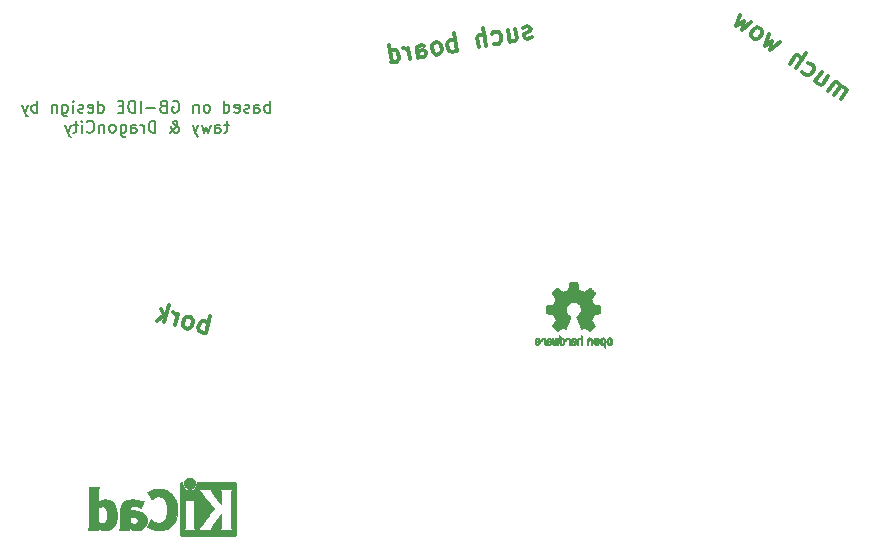
<source format=gbr>
%TF.GenerationSoftware,KiCad,Pcbnew,(5.1.6)-1*%
%TF.CreationDate,2020-08-21T18:39:33+02:00*%
%TF.ProjectId,Shiba GD-IDE,53686962-6120-4474-942d-4944452e6b69,rev?*%
%TF.SameCoordinates,Original*%
%TF.FileFunction,Legend,Bot*%
%TF.FilePolarity,Positive*%
%FSLAX46Y46*%
G04 Gerber Fmt 4.6, Leading zero omitted, Abs format (unit mm)*
G04 Created by KiCad (PCBNEW (5.1.6)-1) date 2020-08-21 18:39:33*
%MOMM*%
%LPD*%
G01*
G04 APERTURE LIST*
%ADD10C,0.300000*%
%ADD11C,0.200000*%
%ADD12C,0.010000*%
G04 APERTURE END LIST*
D10*
X121655491Y-104272611D02*
X122043719Y-102823723D01*
X121895823Y-103375680D02*
X121776320Y-103269711D01*
X121500341Y-103195763D01*
X121343865Y-103227784D01*
X121256383Y-103278291D01*
X121150414Y-103397794D01*
X121039492Y-103811762D01*
X121071512Y-103968238D01*
X121122020Y-104055720D01*
X121241522Y-104161689D01*
X121517501Y-104235637D01*
X121673978Y-104203617D01*
X120137607Y-103865896D02*
X120294084Y-103833875D01*
X120381565Y-103783368D01*
X120487534Y-103663865D01*
X120598457Y-103249897D01*
X120566436Y-103093420D01*
X120515929Y-103005939D01*
X120396426Y-102899970D01*
X120189442Y-102844509D01*
X120032966Y-102876529D01*
X119945484Y-102927037D01*
X119839515Y-103046539D01*
X119728593Y-103460507D01*
X119760613Y-103616984D01*
X119811121Y-103704466D01*
X119930623Y-103810434D01*
X120137607Y-103865896D01*
X119033692Y-103570102D02*
X119292511Y-102604177D01*
X119218563Y-102880155D02*
X119186542Y-102723679D01*
X119136035Y-102636197D01*
X119016532Y-102530228D01*
X118878543Y-102493254D01*
X118136761Y-103329771D02*
X118524989Y-101880882D01*
X118146668Y-102740839D02*
X117584803Y-103181874D01*
X117843622Y-102215948D02*
X118247683Y-102915802D01*
X149282891Y-79155063D02*
X149154607Y-79250213D01*
X148873234Y-79299827D01*
X148720143Y-79254291D01*
X148624993Y-79126007D01*
X148612590Y-79055664D01*
X148658126Y-78902573D01*
X148786410Y-78807423D01*
X148997440Y-78770213D01*
X149125723Y-78675063D01*
X149171260Y-78521972D01*
X149158856Y-78451629D01*
X149063706Y-78323345D01*
X148910616Y-78277809D01*
X148699585Y-78315019D01*
X148571302Y-78410170D01*
X147222374Y-78575492D02*
X147396022Y-79560299D01*
X147855465Y-78463861D02*
X147991902Y-79237638D01*
X147946366Y-79390728D01*
X147818082Y-79485879D01*
X147607052Y-79523089D01*
X147453962Y-79477552D01*
X147371215Y-79419612D01*
X146047094Y-79725621D02*
X146200184Y-79771158D01*
X146481558Y-79721544D01*
X146609841Y-79626394D01*
X146667781Y-79543647D01*
X146713318Y-79390557D01*
X146638897Y-78968496D01*
X146543747Y-78840213D01*
X146461000Y-78782273D01*
X146307910Y-78736736D01*
X146026536Y-78786350D01*
X145898252Y-78881500D01*
X145426407Y-79907596D02*
X145165934Y-78430384D01*
X144793316Y-80019227D02*
X144656878Y-79245449D01*
X144702414Y-79092359D01*
X144830698Y-78997209D01*
X145041728Y-78959998D01*
X145194818Y-79005535D01*
X145277565Y-79063475D01*
X142964387Y-80341716D02*
X142703915Y-78864504D01*
X142803142Y-79427252D02*
X142650052Y-79381715D01*
X142368678Y-79431329D01*
X142240395Y-79526479D01*
X142182455Y-79609226D01*
X142136919Y-79762316D01*
X142211339Y-80184377D01*
X142306490Y-80312660D01*
X142389236Y-80370600D01*
X142542327Y-80416137D01*
X142823700Y-80366523D01*
X142951984Y-80271373D01*
X141416832Y-80614592D02*
X141545115Y-80519442D01*
X141603055Y-80436695D01*
X141648592Y-80283604D01*
X141574171Y-79861544D01*
X141479021Y-79733261D01*
X141396274Y-79675321D01*
X141243184Y-79629784D01*
X141032154Y-79666994D01*
X140903870Y-79762145D01*
X140845930Y-79844892D01*
X140800394Y-79997982D01*
X140874814Y-80420042D01*
X140969965Y-80548326D01*
X141052712Y-80606266D01*
X141205802Y-80651802D01*
X141416832Y-80614592D01*
X139658247Y-80924678D02*
X139521809Y-80150900D01*
X139567345Y-79997810D01*
X139695629Y-79902660D01*
X139977003Y-79853046D01*
X140130093Y-79898583D01*
X139645843Y-80854334D02*
X139798934Y-80899871D01*
X140150651Y-80837854D01*
X140278934Y-80742703D01*
X140324471Y-80589613D01*
X140299664Y-80448926D01*
X140204513Y-80320643D01*
X140051423Y-80275106D01*
X139699706Y-80337124D01*
X139546616Y-80291587D01*
X138954813Y-81048712D02*
X138781165Y-80063905D01*
X138830778Y-80345278D02*
X138735628Y-80216995D01*
X138652881Y-80159055D01*
X138499791Y-80113518D01*
X138359104Y-80138325D01*
X137407258Y-81321588D02*
X137146785Y-79844376D01*
X137394854Y-81251245D02*
X137547944Y-81296781D01*
X137829318Y-81247167D01*
X137957602Y-81152017D01*
X138015541Y-81069270D01*
X138061078Y-80916180D01*
X137986657Y-80494119D01*
X137891507Y-80365836D01*
X137808760Y-80307896D01*
X137655670Y-80262360D01*
X137374296Y-80311973D01*
X137246013Y-80407124D01*
X175428340Y-84444475D02*
X176001916Y-83625323D01*
X175919977Y-83742345D02*
X175902436Y-83642864D01*
X175826384Y-83502414D01*
X175650851Y-83379505D01*
X175492860Y-83356076D01*
X175352409Y-83432128D01*
X174901742Y-84075747D01*
X175352409Y-83432128D02*
X175375838Y-83274137D01*
X175299786Y-83133686D01*
X175124253Y-83010777D01*
X174966262Y-82987348D01*
X174825811Y-83063400D01*
X174375144Y-83707020D01*
X173837014Y-82109443D02*
X173263438Y-82928595D01*
X174363612Y-82478170D02*
X173912945Y-83121790D01*
X173772495Y-83197842D01*
X173614503Y-83174413D01*
X173438970Y-83051504D01*
X173362919Y-82911054D01*
X173345377Y-82811573D01*
X172192701Y-82091659D02*
X172268753Y-82232109D01*
X172502797Y-82395988D01*
X172660788Y-82419417D01*
X172760269Y-82401875D01*
X172900719Y-82325823D01*
X173146538Y-81974758D01*
X173169966Y-81816767D01*
X173152425Y-81717286D01*
X173076373Y-81576836D01*
X172842330Y-81412957D01*
X172684338Y-81389528D01*
X171625134Y-81781442D02*
X172485498Y-80552714D01*
X171098536Y-81412714D02*
X171549203Y-80769095D01*
X171689654Y-80693043D01*
X171847645Y-80716471D01*
X172023178Y-80839380D01*
X172099230Y-80979831D01*
X172116771Y-81079311D01*
X170267852Y-79610288D02*
X169460232Y-80265561D01*
X169635886Y-79516574D01*
X168992145Y-79937803D01*
X169331678Y-78954772D01*
X168114482Y-79323257D02*
X168272474Y-79346686D01*
X168371954Y-79329145D01*
X168512405Y-79253093D01*
X168758223Y-78902027D01*
X168781652Y-78744036D01*
X168764111Y-78644555D01*
X168688059Y-78504105D01*
X168512526Y-78381196D01*
X168354535Y-78357767D01*
X168255054Y-78375308D01*
X168114604Y-78451360D01*
X167868785Y-78802425D01*
X167845357Y-78960417D01*
X167862898Y-79059897D01*
X167938950Y-79200348D01*
X168114482Y-79323257D01*
X167868907Y-77930529D02*
X167061287Y-78585802D01*
X167236941Y-77836814D01*
X166593200Y-78258044D01*
X166932733Y-77275013D01*
D11*
X127107652Y-85563817D02*
X127107652Y-84563817D01*
X127107652Y-84944770D02*
X127012414Y-84897151D01*
X126821938Y-84897151D01*
X126726700Y-84944770D01*
X126679081Y-84992389D01*
X126631462Y-85087627D01*
X126631462Y-85373341D01*
X126679081Y-85468579D01*
X126726700Y-85516198D01*
X126821938Y-85563817D01*
X127012414Y-85563817D01*
X127107652Y-85516198D01*
X125774319Y-85563817D02*
X125774319Y-85040008D01*
X125821938Y-84944770D01*
X125917176Y-84897151D01*
X126107652Y-84897151D01*
X126202891Y-84944770D01*
X125774319Y-85516198D02*
X125869557Y-85563817D01*
X126107652Y-85563817D01*
X126202891Y-85516198D01*
X126250510Y-85420960D01*
X126250510Y-85325722D01*
X126202891Y-85230484D01*
X126107652Y-85182865D01*
X125869557Y-85182865D01*
X125774319Y-85135246D01*
X125345748Y-85516198D02*
X125250510Y-85563817D01*
X125060033Y-85563817D01*
X124964795Y-85516198D01*
X124917176Y-85420960D01*
X124917176Y-85373341D01*
X124964795Y-85278103D01*
X125060033Y-85230484D01*
X125202891Y-85230484D01*
X125298129Y-85182865D01*
X125345748Y-85087627D01*
X125345748Y-85040008D01*
X125298129Y-84944770D01*
X125202891Y-84897151D01*
X125060033Y-84897151D01*
X124964795Y-84944770D01*
X124107652Y-85516198D02*
X124202891Y-85563817D01*
X124393367Y-85563817D01*
X124488605Y-85516198D01*
X124536224Y-85420960D01*
X124536224Y-85040008D01*
X124488605Y-84944770D01*
X124393367Y-84897151D01*
X124202891Y-84897151D01*
X124107652Y-84944770D01*
X124060033Y-85040008D01*
X124060033Y-85135246D01*
X124536224Y-85230484D01*
X123202891Y-85563817D02*
X123202891Y-84563817D01*
X123202891Y-85516198D02*
X123298129Y-85563817D01*
X123488605Y-85563817D01*
X123583843Y-85516198D01*
X123631462Y-85468579D01*
X123679081Y-85373341D01*
X123679081Y-85087627D01*
X123631462Y-84992389D01*
X123583843Y-84944770D01*
X123488605Y-84897151D01*
X123298129Y-84897151D01*
X123202891Y-84944770D01*
X121821938Y-85563817D02*
X121917176Y-85516198D01*
X121964795Y-85468579D01*
X122012414Y-85373341D01*
X122012414Y-85087627D01*
X121964795Y-84992389D01*
X121917176Y-84944770D01*
X121821938Y-84897151D01*
X121679081Y-84897151D01*
X121583843Y-84944770D01*
X121536224Y-84992389D01*
X121488605Y-85087627D01*
X121488605Y-85373341D01*
X121536224Y-85468579D01*
X121583843Y-85516198D01*
X121679081Y-85563817D01*
X121821938Y-85563817D01*
X121060033Y-84897151D02*
X121060033Y-85563817D01*
X121060033Y-84992389D02*
X121012414Y-84944770D01*
X120917176Y-84897151D01*
X120774319Y-84897151D01*
X120679081Y-84944770D01*
X120631462Y-85040008D01*
X120631462Y-85563817D01*
X118869557Y-84611437D02*
X118964795Y-84563817D01*
X119107652Y-84563817D01*
X119250510Y-84611437D01*
X119345748Y-84706675D01*
X119393367Y-84801913D01*
X119440986Y-84992389D01*
X119440986Y-85135246D01*
X119393367Y-85325722D01*
X119345748Y-85420960D01*
X119250510Y-85516198D01*
X119107652Y-85563817D01*
X119012414Y-85563817D01*
X118869557Y-85516198D01*
X118821938Y-85468579D01*
X118821938Y-85135246D01*
X119012414Y-85135246D01*
X118060033Y-85040008D02*
X117917176Y-85087627D01*
X117869557Y-85135246D01*
X117821938Y-85230484D01*
X117821938Y-85373341D01*
X117869557Y-85468579D01*
X117917176Y-85516198D01*
X118012414Y-85563817D01*
X118393367Y-85563817D01*
X118393367Y-84563817D01*
X118060033Y-84563817D01*
X117964795Y-84611437D01*
X117917176Y-84659056D01*
X117869557Y-84754294D01*
X117869557Y-84849532D01*
X117917176Y-84944770D01*
X117964795Y-84992389D01*
X118060033Y-85040008D01*
X118393367Y-85040008D01*
X117393367Y-85182865D02*
X116631462Y-85182865D01*
X116155272Y-85563817D02*
X116155272Y-84563817D01*
X115679081Y-85563817D02*
X115679081Y-84563817D01*
X115440986Y-84563817D01*
X115298129Y-84611437D01*
X115202891Y-84706675D01*
X115155272Y-84801913D01*
X115107652Y-84992389D01*
X115107652Y-85135246D01*
X115155272Y-85325722D01*
X115202891Y-85420960D01*
X115298129Y-85516198D01*
X115440986Y-85563817D01*
X115679081Y-85563817D01*
X114679081Y-85040008D02*
X114345748Y-85040008D01*
X114202891Y-85563817D02*
X114679081Y-85563817D01*
X114679081Y-84563817D01*
X114202891Y-84563817D01*
X112583843Y-85563817D02*
X112583843Y-84563817D01*
X112583843Y-85516198D02*
X112679081Y-85563817D01*
X112869557Y-85563817D01*
X112964795Y-85516198D01*
X113012414Y-85468579D01*
X113060033Y-85373341D01*
X113060033Y-85087627D01*
X113012414Y-84992389D01*
X112964795Y-84944770D01*
X112869557Y-84897151D01*
X112679081Y-84897151D01*
X112583843Y-84944770D01*
X111726700Y-85516198D02*
X111821938Y-85563817D01*
X112012414Y-85563817D01*
X112107652Y-85516198D01*
X112155272Y-85420960D01*
X112155272Y-85040008D01*
X112107652Y-84944770D01*
X112012414Y-84897151D01*
X111821938Y-84897151D01*
X111726700Y-84944770D01*
X111679081Y-85040008D01*
X111679081Y-85135246D01*
X112155272Y-85230484D01*
X111298129Y-85516198D02*
X111202891Y-85563817D01*
X111012414Y-85563817D01*
X110917176Y-85516198D01*
X110869557Y-85420960D01*
X110869557Y-85373341D01*
X110917176Y-85278103D01*
X111012414Y-85230484D01*
X111155272Y-85230484D01*
X111250510Y-85182865D01*
X111298129Y-85087627D01*
X111298129Y-85040008D01*
X111250510Y-84944770D01*
X111155272Y-84897151D01*
X111012414Y-84897151D01*
X110917176Y-84944770D01*
X110440986Y-85563817D02*
X110440986Y-84897151D01*
X110440986Y-84563817D02*
X110488605Y-84611437D01*
X110440986Y-84659056D01*
X110393367Y-84611437D01*
X110440986Y-84563817D01*
X110440986Y-84659056D01*
X109536224Y-84897151D02*
X109536224Y-85706675D01*
X109583843Y-85801913D01*
X109631462Y-85849532D01*
X109726700Y-85897151D01*
X109869557Y-85897151D01*
X109964795Y-85849532D01*
X109536224Y-85516198D02*
X109631462Y-85563817D01*
X109821938Y-85563817D01*
X109917176Y-85516198D01*
X109964795Y-85468579D01*
X110012414Y-85373341D01*
X110012414Y-85087627D01*
X109964795Y-84992389D01*
X109917176Y-84944770D01*
X109821938Y-84897151D01*
X109631462Y-84897151D01*
X109536224Y-84944770D01*
X109060033Y-84897151D02*
X109060033Y-85563817D01*
X109060033Y-84992389D02*
X109012414Y-84944770D01*
X108917176Y-84897151D01*
X108774319Y-84897151D01*
X108679081Y-84944770D01*
X108631462Y-85040008D01*
X108631462Y-85563817D01*
X107393367Y-85563817D02*
X107393367Y-84563817D01*
X107393367Y-84944770D02*
X107298129Y-84897151D01*
X107107652Y-84897151D01*
X107012414Y-84944770D01*
X106964795Y-84992389D01*
X106917176Y-85087627D01*
X106917176Y-85373341D01*
X106964795Y-85468579D01*
X107012414Y-85516198D01*
X107107652Y-85563817D01*
X107298129Y-85563817D01*
X107393367Y-85516198D01*
X106583843Y-84897151D02*
X106345748Y-85563817D01*
X106107652Y-84897151D02*
X106345748Y-85563817D01*
X106440986Y-85801913D01*
X106488605Y-85849532D01*
X106583843Y-85897151D01*
X123607652Y-86597151D02*
X123226700Y-86597151D01*
X123464795Y-86263817D02*
X123464795Y-87120960D01*
X123417176Y-87216198D01*
X123321938Y-87263817D01*
X123226700Y-87263817D01*
X122464795Y-87263817D02*
X122464795Y-86740008D01*
X122512414Y-86644770D01*
X122607652Y-86597151D01*
X122798129Y-86597151D01*
X122893367Y-86644770D01*
X122464795Y-87216198D02*
X122560033Y-87263817D01*
X122798129Y-87263817D01*
X122893367Y-87216198D01*
X122940986Y-87120960D01*
X122940986Y-87025722D01*
X122893367Y-86930484D01*
X122798129Y-86882865D01*
X122560033Y-86882865D01*
X122464795Y-86835246D01*
X122083843Y-86597151D02*
X121893367Y-87263817D01*
X121702891Y-86787627D01*
X121512414Y-87263817D01*
X121321938Y-86597151D01*
X121036224Y-86597151D02*
X120798129Y-87263817D01*
X120560033Y-86597151D02*
X120798129Y-87263817D01*
X120893367Y-87501913D01*
X120940986Y-87549532D01*
X121036224Y-87597151D01*
X118607652Y-87263817D02*
X118655272Y-87263817D01*
X118750510Y-87216198D01*
X118893367Y-87073341D01*
X119131462Y-86787627D01*
X119226700Y-86644770D01*
X119274319Y-86501913D01*
X119274319Y-86406675D01*
X119226700Y-86311437D01*
X119131462Y-86263817D01*
X119083843Y-86263817D01*
X118988605Y-86311437D01*
X118940986Y-86406675D01*
X118940986Y-86454294D01*
X118988605Y-86549532D01*
X119036224Y-86597151D01*
X119321938Y-86787627D01*
X119369557Y-86835246D01*
X119417176Y-86930484D01*
X119417176Y-87073341D01*
X119369557Y-87168579D01*
X119321938Y-87216198D01*
X119226700Y-87263817D01*
X119083843Y-87263817D01*
X118988605Y-87216198D01*
X118940986Y-87168579D01*
X118798129Y-86978103D01*
X118750510Y-86835246D01*
X118750510Y-86740008D01*
X117417176Y-87263817D02*
X117417176Y-86263817D01*
X117179081Y-86263817D01*
X117036224Y-86311437D01*
X116940986Y-86406675D01*
X116893367Y-86501913D01*
X116845748Y-86692389D01*
X116845748Y-86835246D01*
X116893367Y-87025722D01*
X116940986Y-87120960D01*
X117036224Y-87216198D01*
X117179081Y-87263817D01*
X117417176Y-87263817D01*
X116417176Y-87263817D02*
X116417176Y-86597151D01*
X116417176Y-86787627D02*
X116369557Y-86692389D01*
X116321938Y-86644770D01*
X116226700Y-86597151D01*
X116131462Y-86597151D01*
X115369557Y-87263817D02*
X115369557Y-86740008D01*
X115417176Y-86644770D01*
X115512414Y-86597151D01*
X115702891Y-86597151D01*
X115798129Y-86644770D01*
X115369557Y-87216198D02*
X115464795Y-87263817D01*
X115702891Y-87263817D01*
X115798129Y-87216198D01*
X115845748Y-87120960D01*
X115845748Y-87025722D01*
X115798129Y-86930484D01*
X115702891Y-86882865D01*
X115464795Y-86882865D01*
X115369557Y-86835246D01*
X114464795Y-86597151D02*
X114464795Y-87406675D01*
X114512414Y-87501913D01*
X114560033Y-87549532D01*
X114655272Y-87597151D01*
X114798129Y-87597151D01*
X114893367Y-87549532D01*
X114464795Y-87216198D02*
X114560033Y-87263817D01*
X114750510Y-87263817D01*
X114845748Y-87216198D01*
X114893367Y-87168579D01*
X114940986Y-87073341D01*
X114940986Y-86787627D01*
X114893367Y-86692389D01*
X114845748Y-86644770D01*
X114750510Y-86597151D01*
X114560033Y-86597151D01*
X114464795Y-86644770D01*
X113845748Y-87263817D02*
X113940986Y-87216198D01*
X113988605Y-87168579D01*
X114036224Y-87073341D01*
X114036224Y-86787627D01*
X113988605Y-86692389D01*
X113940986Y-86644770D01*
X113845748Y-86597151D01*
X113702891Y-86597151D01*
X113607652Y-86644770D01*
X113560033Y-86692389D01*
X113512414Y-86787627D01*
X113512414Y-87073341D01*
X113560033Y-87168579D01*
X113607652Y-87216198D01*
X113702891Y-87263817D01*
X113845748Y-87263817D01*
X113083843Y-86597151D02*
X113083843Y-87263817D01*
X113083843Y-86692389D02*
X113036224Y-86644770D01*
X112940986Y-86597151D01*
X112798129Y-86597151D01*
X112702891Y-86644770D01*
X112655272Y-86740008D01*
X112655272Y-87263817D01*
X111607652Y-87168579D02*
X111655272Y-87216198D01*
X111798129Y-87263817D01*
X111893367Y-87263817D01*
X112036224Y-87216198D01*
X112131462Y-87120960D01*
X112179081Y-87025722D01*
X112226700Y-86835246D01*
X112226700Y-86692389D01*
X112179081Y-86501913D01*
X112131462Y-86406675D01*
X112036224Y-86311437D01*
X111893367Y-86263817D01*
X111798129Y-86263817D01*
X111655272Y-86311437D01*
X111607652Y-86359056D01*
X111179081Y-87263817D02*
X111179081Y-86597151D01*
X111179081Y-86263817D02*
X111226700Y-86311437D01*
X111179081Y-86359056D01*
X111131462Y-86311437D01*
X111179081Y-86263817D01*
X111179081Y-86359056D01*
X110845748Y-86597151D02*
X110464795Y-86597151D01*
X110702891Y-86263817D02*
X110702891Y-87120960D01*
X110655272Y-87216198D01*
X110560033Y-87263817D01*
X110464795Y-87263817D01*
X110226700Y-86597151D02*
X109988605Y-87263817D01*
X109750510Y-86597151D02*
X109988605Y-87263817D01*
X110083843Y-87501913D01*
X110131462Y-87549532D01*
X110226700Y-87597151D01*
D12*
%TO.C,REF\u002A\u002A*%
G36*
X120897072Y-116953091D02*
G01*
X120886207Y-117067030D01*
X120854590Y-117174653D01*
X120803687Y-117273652D01*
X120734965Y-117361721D01*
X120649891Y-117436553D01*
X120552904Y-117494421D01*
X120446636Y-117534042D01*
X120339622Y-117552610D01*
X120233972Y-117551471D01*
X120131797Y-117531967D01*
X120035206Y-117495443D01*
X119946310Y-117443242D01*
X119867218Y-117376710D01*
X119800041Y-117297189D01*
X119746889Y-117206024D01*
X119709871Y-117104560D01*
X119691099Y-116994139D01*
X119689161Y-116944243D01*
X119689161Y-116856304D01*
X119637232Y-116856304D01*
X119600925Y-116859148D01*
X119574027Y-116870948D01*
X119546921Y-116894686D01*
X119508539Y-116933068D01*
X119508539Y-119124639D01*
X119508548Y-119386776D01*
X119508580Y-119627278D01*
X119508644Y-119847085D01*
X119508748Y-120047138D01*
X119508899Y-120228381D01*
X119509106Y-120391753D01*
X119509378Y-120538197D01*
X119509722Y-120668654D01*
X119510146Y-120784066D01*
X119510659Y-120885375D01*
X119511269Y-120973521D01*
X119511984Y-121049447D01*
X119512812Y-121114094D01*
X119513761Y-121168404D01*
X119514839Y-121213317D01*
X119516055Y-121249777D01*
X119517417Y-121278724D01*
X119518933Y-121301100D01*
X119520610Y-121317846D01*
X119522458Y-121329905D01*
X119524485Y-121338217D01*
X119526697Y-121343724D01*
X119527780Y-121345574D01*
X119531943Y-121352586D01*
X119535477Y-121359033D01*
X119539307Y-121364937D01*
X119544354Y-121370323D01*
X119551543Y-121375215D01*
X119561795Y-121379635D01*
X119576036Y-121383609D01*
X119595186Y-121387158D01*
X119620171Y-121390307D01*
X119651912Y-121393079D01*
X119691334Y-121395498D01*
X119739358Y-121397588D01*
X119796909Y-121399372D01*
X119864909Y-121400874D01*
X119944282Y-121402117D01*
X120035951Y-121403126D01*
X120140838Y-121403922D01*
X120259868Y-121404531D01*
X120393962Y-121404976D01*
X120544045Y-121405280D01*
X120711039Y-121405467D01*
X120895868Y-121405561D01*
X121099455Y-121405585D01*
X121322722Y-121405562D01*
X121566594Y-121405517D01*
X121831993Y-121405474D01*
X121870376Y-121405469D01*
X122137354Y-121405426D01*
X122382674Y-121405355D01*
X122607255Y-121405250D01*
X122812017Y-121405103D01*
X122997878Y-121404906D01*
X123165760Y-121404653D01*
X123316580Y-121404337D01*
X123451259Y-121403950D01*
X123570716Y-121403484D01*
X123675871Y-121402934D01*
X123767643Y-121402290D01*
X123846951Y-121401548D01*
X123914715Y-121400698D01*
X123971854Y-121399734D01*
X124019289Y-121398648D01*
X124057938Y-121397434D01*
X124088721Y-121396084D01*
X124112557Y-121394592D01*
X124130366Y-121392948D01*
X124143067Y-121391148D01*
X124151580Y-121389182D01*
X124155938Y-121387514D01*
X124164400Y-121383943D01*
X124172169Y-121381307D01*
X124179274Y-121378671D01*
X124185745Y-121375099D01*
X124191611Y-121369658D01*
X124196901Y-121361412D01*
X124201646Y-121349427D01*
X124205874Y-121332768D01*
X124209615Y-121310500D01*
X124212899Y-121281689D01*
X124215755Y-121245400D01*
X124218212Y-121200698D01*
X124220301Y-121146648D01*
X124222050Y-121082316D01*
X124223489Y-121006767D01*
X124224648Y-120919067D01*
X124225555Y-120818280D01*
X124226241Y-120703471D01*
X124226735Y-120573707D01*
X124227067Y-120428052D01*
X124227265Y-120265572D01*
X124227359Y-120085332D01*
X124227380Y-119886397D01*
X124227357Y-119667833D01*
X124227318Y-119428705D01*
X124227294Y-119168077D01*
X124227294Y-119125926D01*
X124227308Y-118863029D01*
X124227333Y-118621769D01*
X124227343Y-118401202D01*
X124227314Y-118200389D01*
X124227220Y-118018386D01*
X124227034Y-117854253D01*
X124226731Y-117707048D01*
X124226286Y-117575829D01*
X124225706Y-117465904D01*
X123922869Y-117465904D01*
X123883079Y-117523748D01*
X123871908Y-117539516D01*
X123861838Y-117553478D01*
X123852810Y-117566821D01*
X123844769Y-117580730D01*
X123837658Y-117596393D01*
X123831419Y-117614995D01*
X123825997Y-117637723D01*
X123821334Y-117665764D01*
X123817373Y-117700304D01*
X123814057Y-117742529D01*
X123811331Y-117793626D01*
X123809136Y-117854781D01*
X123807417Y-117927181D01*
X123806116Y-118012012D01*
X123805177Y-118110459D01*
X123804542Y-118223711D01*
X123804156Y-118352953D01*
X123803960Y-118499371D01*
X123803899Y-118664153D01*
X123803915Y-118848484D01*
X123803952Y-119053550D01*
X123803961Y-119176170D01*
X123803937Y-119393119D01*
X123803903Y-119588679D01*
X123803915Y-119764036D01*
X123804030Y-119920378D01*
X123804302Y-120058894D01*
X123804790Y-120180771D01*
X123805548Y-120287197D01*
X123806634Y-120379359D01*
X123808103Y-120458446D01*
X123810012Y-120525645D01*
X123812416Y-120582144D01*
X123815373Y-120629130D01*
X123818938Y-120667792D01*
X123823167Y-120699317D01*
X123828118Y-120724892D01*
X123833845Y-120745707D01*
X123840405Y-120762948D01*
X123847855Y-120777802D01*
X123856251Y-120791459D01*
X123865648Y-120805106D01*
X123876104Y-120819930D01*
X123882195Y-120828820D01*
X123920968Y-120886437D01*
X123389404Y-120886437D01*
X123266155Y-120886402D01*
X123163659Y-120886252D01*
X123080092Y-120885915D01*
X123013628Y-120885323D01*
X122962443Y-120884404D01*
X122924713Y-120883088D01*
X122898612Y-120881306D01*
X122882316Y-120878988D01*
X122874000Y-120876063D01*
X122871840Y-120872461D01*
X122874011Y-120868112D01*
X122875207Y-120866682D01*
X122900357Y-120829610D01*
X122926255Y-120776809D01*
X122949864Y-120714807D01*
X122958133Y-120688394D01*
X122962750Y-120670453D01*
X122966651Y-120649392D01*
X122969920Y-120623126D01*
X122972638Y-120589569D01*
X122974887Y-120546636D01*
X122976749Y-120492241D01*
X122978308Y-120424299D01*
X122979644Y-120340725D01*
X122980841Y-120239432D01*
X122981980Y-120118337D01*
X122982357Y-120073637D01*
X122983374Y-119948486D01*
X122984132Y-119844119D01*
X122984575Y-119758744D01*
X122984642Y-119690570D01*
X122984277Y-119637802D01*
X122983420Y-119598651D01*
X122982013Y-119571322D01*
X122979997Y-119554023D01*
X122977315Y-119544963D01*
X122973908Y-119542349D01*
X122969716Y-119544388D01*
X122965243Y-119548704D01*
X122954888Y-119561639D01*
X122932830Y-119590713D01*
X122900629Y-119633796D01*
X122859846Y-119688755D01*
X122812042Y-119753460D01*
X122758777Y-119825779D01*
X122701612Y-119903581D01*
X122642109Y-119984735D01*
X122581827Y-120067109D01*
X122522327Y-120148573D01*
X122465170Y-120226994D01*
X122411917Y-120300241D01*
X122364129Y-120366184D01*
X122323365Y-120422691D01*
X122291188Y-120467630D01*
X122269157Y-120498871D01*
X122264589Y-120505503D01*
X122241668Y-120542406D01*
X122214860Y-120590396D01*
X122189461Y-120639934D01*
X122186240Y-120646614D01*
X122164562Y-120694809D01*
X122151976Y-120732371D01*
X122146246Y-120768197D01*
X122145128Y-120810237D01*
X122145762Y-120886437D01*
X120991323Y-120886437D01*
X121082487Y-120792706D01*
X121129284Y-120742812D01*
X121179571Y-120686332D01*
X121225616Y-120632063D01*
X121246041Y-120606710D01*
X121276479Y-120567165D01*
X121316534Y-120513953D01*
X121365033Y-120448704D01*
X121420807Y-120373048D01*
X121482683Y-120288614D01*
X121549491Y-120197031D01*
X121620059Y-120099929D01*
X121693217Y-119998938D01*
X121767793Y-119895687D01*
X121842616Y-119791805D01*
X121916515Y-119688922D01*
X121988318Y-119588668D01*
X122056856Y-119492673D01*
X122120956Y-119402564D01*
X122179447Y-119319973D01*
X122231158Y-119246529D01*
X122274919Y-119183861D01*
X122309557Y-119133598D01*
X122333902Y-119097371D01*
X122346783Y-119076808D01*
X122348541Y-119072705D01*
X122340582Y-119061379D01*
X122319787Y-119034199D01*
X122287519Y-118992866D01*
X122245142Y-118939081D01*
X122194019Y-118874543D01*
X122135513Y-118800955D01*
X122070986Y-118720015D01*
X122001803Y-118633425D01*
X121929325Y-118542885D01*
X121854918Y-118450097D01*
X121795189Y-118375739D01*
X120784183Y-118375739D01*
X120778274Y-118388696D01*
X120763944Y-118410945D01*
X120762897Y-118412428D01*
X120744110Y-118442581D01*
X120724463Y-118479412D01*
X120720564Y-118487548D01*
X120717028Y-118495977D01*
X120713902Y-118506096D01*
X120711158Y-118519297D01*
X120708764Y-118536975D01*
X120706691Y-118560521D01*
X120704907Y-118591330D01*
X120703384Y-118630794D01*
X120702091Y-118680306D01*
X120700998Y-118741260D01*
X120700075Y-118815048D01*
X120699291Y-118903065D01*
X120698617Y-119006702D01*
X120698022Y-119127353D01*
X120697477Y-119266411D01*
X120696951Y-119425269D01*
X120696417Y-119604126D01*
X120695878Y-119789244D01*
X120695444Y-119953182D01*
X120695181Y-120097340D01*
X120695156Y-120223116D01*
X120695437Y-120331908D01*
X120696091Y-120425114D01*
X120697186Y-120504134D01*
X120698790Y-120570365D01*
X120700969Y-120625207D01*
X120703791Y-120670058D01*
X120707323Y-120706315D01*
X120711633Y-120735378D01*
X120716789Y-120758646D01*
X120722857Y-120777516D01*
X120729905Y-120793388D01*
X120738001Y-120807659D01*
X120747212Y-120821728D01*
X120755712Y-120834195D01*
X120772848Y-120860489D01*
X120782994Y-120878074D01*
X120784183Y-120881294D01*
X120773276Y-120882371D01*
X120742083Y-120883372D01*
X120692895Y-120884272D01*
X120628005Y-120885047D01*
X120549702Y-120885674D01*
X120460279Y-120886128D01*
X120362028Y-120886386D01*
X120293117Y-120886437D01*
X120188124Y-120886217D01*
X120091282Y-120885585D01*
X120004779Y-120884586D01*
X119930804Y-120883264D01*
X119871546Y-120881663D01*
X119829192Y-120879828D01*
X119805932Y-120877802D01*
X119802050Y-120876530D01*
X119809748Y-120861628D01*
X119817746Y-120853597D01*
X119830918Y-120836471D01*
X119848157Y-120806220D01*
X119860079Y-120781659D01*
X119886717Y-120722748D01*
X119889792Y-119545882D01*
X119892867Y-118369015D01*
X120338525Y-118369015D01*
X120436342Y-118369179D01*
X120526736Y-118369648D01*
X120607302Y-118370384D01*
X120675634Y-118371353D01*
X120729328Y-118372517D01*
X120765977Y-118373840D01*
X120783176Y-118375286D01*
X120784183Y-118375739D01*
X121795189Y-118375739D01*
X121779942Y-118356759D01*
X121705762Y-118264574D01*
X121633741Y-118175241D01*
X121565241Y-118090461D01*
X121501627Y-118011935D01*
X121444260Y-117941363D01*
X121394505Y-117880446D01*
X121353724Y-117830884D01*
X121336560Y-117810215D01*
X121250268Y-117709553D01*
X121173669Y-117626296D01*
X121104855Y-117558475D01*
X121041920Y-117504126D01*
X121032539Y-117496759D01*
X120993028Y-117466154D01*
X122124788Y-117465904D01*
X122119499Y-117513881D01*
X122122802Y-117571225D01*
X122144333Y-117639500D01*
X122184307Y-117719249D01*
X122229615Y-117791532D01*
X122245833Y-117814177D01*
X122273886Y-117851733D01*
X122312102Y-117902058D01*
X122358809Y-117963010D01*
X122412333Y-118032448D01*
X122471003Y-118108231D01*
X122533147Y-118188217D01*
X122597093Y-118270265D01*
X122661167Y-118352233D01*
X122723699Y-118431980D01*
X122783015Y-118507364D01*
X122837443Y-118576244D01*
X122885311Y-118636479D01*
X122924947Y-118685926D01*
X122954678Y-118722445D01*
X122972833Y-118743895D01*
X122975892Y-118747193D01*
X122978751Y-118739186D01*
X122980965Y-118708892D01*
X122982529Y-118656593D01*
X122983439Y-118582568D01*
X122983692Y-118487100D01*
X122983285Y-118370471D01*
X122982376Y-118250482D01*
X122981054Y-118118370D01*
X122979529Y-118006631D01*
X122977553Y-117913062D01*
X122974878Y-117835456D01*
X122971254Y-117771611D01*
X122966433Y-117719320D01*
X122960166Y-117676381D01*
X122952204Y-117640588D01*
X122942299Y-117609737D01*
X122930203Y-117581623D01*
X122915665Y-117554042D01*
X122900983Y-117529003D01*
X122862986Y-117465904D01*
X123922869Y-117465904D01*
X124225706Y-117465904D01*
X124225673Y-117459654D01*
X124224867Y-117357581D01*
X124223842Y-117268670D01*
X124222572Y-117191978D01*
X124221032Y-117126564D01*
X124219196Y-117071486D01*
X124217039Y-117025802D01*
X124214535Y-116988571D01*
X124211659Y-116958850D01*
X124208385Y-116935699D01*
X124204687Y-116918176D01*
X124200541Y-116905338D01*
X124195919Y-116896245D01*
X124190798Y-116889955D01*
X124185150Y-116885525D01*
X124178951Y-116882015D01*
X124172176Y-116878482D01*
X124166180Y-116874913D01*
X124160947Y-116872337D01*
X124152771Y-116870009D01*
X124140558Y-116867915D01*
X124123213Y-116866044D01*
X124099641Y-116864384D01*
X124068749Y-116862921D01*
X124029440Y-116861645D01*
X123980622Y-116860541D01*
X123921199Y-116859598D01*
X123850076Y-116858804D01*
X123766160Y-116858146D01*
X123668355Y-116857612D01*
X123555566Y-116857190D01*
X123426701Y-116856866D01*
X123280663Y-116856629D01*
X123116358Y-116856467D01*
X122932692Y-116856367D01*
X122728569Y-116856317D01*
X122517425Y-116856304D01*
X120897072Y-116856304D01*
X120897072Y-116953091D01*
G37*
X120897072Y-116953091D02*
X120886207Y-117067030D01*
X120854590Y-117174653D01*
X120803687Y-117273652D01*
X120734965Y-117361721D01*
X120649891Y-117436553D01*
X120552904Y-117494421D01*
X120446636Y-117534042D01*
X120339622Y-117552610D01*
X120233972Y-117551471D01*
X120131797Y-117531967D01*
X120035206Y-117495443D01*
X119946310Y-117443242D01*
X119867218Y-117376710D01*
X119800041Y-117297189D01*
X119746889Y-117206024D01*
X119709871Y-117104560D01*
X119691099Y-116994139D01*
X119689161Y-116944243D01*
X119689161Y-116856304D01*
X119637232Y-116856304D01*
X119600925Y-116859148D01*
X119574027Y-116870948D01*
X119546921Y-116894686D01*
X119508539Y-116933068D01*
X119508539Y-119124639D01*
X119508548Y-119386776D01*
X119508580Y-119627278D01*
X119508644Y-119847085D01*
X119508748Y-120047138D01*
X119508899Y-120228381D01*
X119509106Y-120391753D01*
X119509378Y-120538197D01*
X119509722Y-120668654D01*
X119510146Y-120784066D01*
X119510659Y-120885375D01*
X119511269Y-120973521D01*
X119511984Y-121049447D01*
X119512812Y-121114094D01*
X119513761Y-121168404D01*
X119514839Y-121213317D01*
X119516055Y-121249777D01*
X119517417Y-121278724D01*
X119518933Y-121301100D01*
X119520610Y-121317846D01*
X119522458Y-121329905D01*
X119524485Y-121338217D01*
X119526697Y-121343724D01*
X119527780Y-121345574D01*
X119531943Y-121352586D01*
X119535477Y-121359033D01*
X119539307Y-121364937D01*
X119544354Y-121370323D01*
X119551543Y-121375215D01*
X119561795Y-121379635D01*
X119576036Y-121383609D01*
X119595186Y-121387158D01*
X119620171Y-121390307D01*
X119651912Y-121393079D01*
X119691334Y-121395498D01*
X119739358Y-121397588D01*
X119796909Y-121399372D01*
X119864909Y-121400874D01*
X119944282Y-121402117D01*
X120035951Y-121403126D01*
X120140838Y-121403922D01*
X120259868Y-121404531D01*
X120393962Y-121404976D01*
X120544045Y-121405280D01*
X120711039Y-121405467D01*
X120895868Y-121405561D01*
X121099455Y-121405585D01*
X121322722Y-121405562D01*
X121566594Y-121405517D01*
X121831993Y-121405474D01*
X121870376Y-121405469D01*
X122137354Y-121405426D01*
X122382674Y-121405355D01*
X122607255Y-121405250D01*
X122812017Y-121405103D01*
X122997878Y-121404906D01*
X123165760Y-121404653D01*
X123316580Y-121404337D01*
X123451259Y-121403950D01*
X123570716Y-121403484D01*
X123675871Y-121402934D01*
X123767643Y-121402290D01*
X123846951Y-121401548D01*
X123914715Y-121400698D01*
X123971854Y-121399734D01*
X124019289Y-121398648D01*
X124057938Y-121397434D01*
X124088721Y-121396084D01*
X124112557Y-121394592D01*
X124130366Y-121392948D01*
X124143067Y-121391148D01*
X124151580Y-121389182D01*
X124155938Y-121387514D01*
X124164400Y-121383943D01*
X124172169Y-121381307D01*
X124179274Y-121378671D01*
X124185745Y-121375099D01*
X124191611Y-121369658D01*
X124196901Y-121361412D01*
X124201646Y-121349427D01*
X124205874Y-121332768D01*
X124209615Y-121310500D01*
X124212899Y-121281689D01*
X124215755Y-121245400D01*
X124218212Y-121200698D01*
X124220301Y-121146648D01*
X124222050Y-121082316D01*
X124223489Y-121006767D01*
X124224648Y-120919067D01*
X124225555Y-120818280D01*
X124226241Y-120703471D01*
X124226735Y-120573707D01*
X124227067Y-120428052D01*
X124227265Y-120265572D01*
X124227359Y-120085332D01*
X124227380Y-119886397D01*
X124227357Y-119667833D01*
X124227318Y-119428705D01*
X124227294Y-119168077D01*
X124227294Y-119125926D01*
X124227308Y-118863029D01*
X124227333Y-118621769D01*
X124227343Y-118401202D01*
X124227314Y-118200389D01*
X124227220Y-118018386D01*
X124227034Y-117854253D01*
X124226731Y-117707048D01*
X124226286Y-117575829D01*
X124225706Y-117465904D01*
X123922869Y-117465904D01*
X123883079Y-117523748D01*
X123871908Y-117539516D01*
X123861838Y-117553478D01*
X123852810Y-117566821D01*
X123844769Y-117580730D01*
X123837658Y-117596393D01*
X123831419Y-117614995D01*
X123825997Y-117637723D01*
X123821334Y-117665764D01*
X123817373Y-117700304D01*
X123814057Y-117742529D01*
X123811331Y-117793626D01*
X123809136Y-117854781D01*
X123807417Y-117927181D01*
X123806116Y-118012012D01*
X123805177Y-118110459D01*
X123804542Y-118223711D01*
X123804156Y-118352953D01*
X123803960Y-118499371D01*
X123803899Y-118664153D01*
X123803915Y-118848484D01*
X123803952Y-119053550D01*
X123803961Y-119176170D01*
X123803937Y-119393119D01*
X123803903Y-119588679D01*
X123803915Y-119764036D01*
X123804030Y-119920378D01*
X123804302Y-120058894D01*
X123804790Y-120180771D01*
X123805548Y-120287197D01*
X123806634Y-120379359D01*
X123808103Y-120458446D01*
X123810012Y-120525645D01*
X123812416Y-120582144D01*
X123815373Y-120629130D01*
X123818938Y-120667792D01*
X123823167Y-120699317D01*
X123828118Y-120724892D01*
X123833845Y-120745707D01*
X123840405Y-120762948D01*
X123847855Y-120777802D01*
X123856251Y-120791459D01*
X123865648Y-120805106D01*
X123876104Y-120819930D01*
X123882195Y-120828820D01*
X123920968Y-120886437D01*
X123389404Y-120886437D01*
X123266155Y-120886402D01*
X123163659Y-120886252D01*
X123080092Y-120885915D01*
X123013628Y-120885323D01*
X122962443Y-120884404D01*
X122924713Y-120883088D01*
X122898612Y-120881306D01*
X122882316Y-120878988D01*
X122874000Y-120876063D01*
X122871840Y-120872461D01*
X122874011Y-120868112D01*
X122875207Y-120866682D01*
X122900357Y-120829610D01*
X122926255Y-120776809D01*
X122949864Y-120714807D01*
X122958133Y-120688394D01*
X122962750Y-120670453D01*
X122966651Y-120649392D01*
X122969920Y-120623126D01*
X122972638Y-120589569D01*
X122974887Y-120546636D01*
X122976749Y-120492241D01*
X122978308Y-120424299D01*
X122979644Y-120340725D01*
X122980841Y-120239432D01*
X122981980Y-120118337D01*
X122982357Y-120073637D01*
X122983374Y-119948486D01*
X122984132Y-119844119D01*
X122984575Y-119758744D01*
X122984642Y-119690570D01*
X122984277Y-119637802D01*
X122983420Y-119598651D01*
X122982013Y-119571322D01*
X122979997Y-119554023D01*
X122977315Y-119544963D01*
X122973908Y-119542349D01*
X122969716Y-119544388D01*
X122965243Y-119548704D01*
X122954888Y-119561639D01*
X122932830Y-119590713D01*
X122900629Y-119633796D01*
X122859846Y-119688755D01*
X122812042Y-119753460D01*
X122758777Y-119825779D01*
X122701612Y-119903581D01*
X122642109Y-119984735D01*
X122581827Y-120067109D01*
X122522327Y-120148573D01*
X122465170Y-120226994D01*
X122411917Y-120300241D01*
X122364129Y-120366184D01*
X122323365Y-120422691D01*
X122291188Y-120467630D01*
X122269157Y-120498871D01*
X122264589Y-120505503D01*
X122241668Y-120542406D01*
X122214860Y-120590396D01*
X122189461Y-120639934D01*
X122186240Y-120646614D01*
X122164562Y-120694809D01*
X122151976Y-120732371D01*
X122146246Y-120768197D01*
X122145128Y-120810237D01*
X122145762Y-120886437D01*
X120991323Y-120886437D01*
X121082487Y-120792706D01*
X121129284Y-120742812D01*
X121179571Y-120686332D01*
X121225616Y-120632063D01*
X121246041Y-120606710D01*
X121276479Y-120567165D01*
X121316534Y-120513953D01*
X121365033Y-120448704D01*
X121420807Y-120373048D01*
X121482683Y-120288614D01*
X121549491Y-120197031D01*
X121620059Y-120099929D01*
X121693217Y-119998938D01*
X121767793Y-119895687D01*
X121842616Y-119791805D01*
X121916515Y-119688922D01*
X121988318Y-119588668D01*
X122056856Y-119492673D01*
X122120956Y-119402564D01*
X122179447Y-119319973D01*
X122231158Y-119246529D01*
X122274919Y-119183861D01*
X122309557Y-119133598D01*
X122333902Y-119097371D01*
X122346783Y-119076808D01*
X122348541Y-119072705D01*
X122340582Y-119061379D01*
X122319787Y-119034199D01*
X122287519Y-118992866D01*
X122245142Y-118939081D01*
X122194019Y-118874543D01*
X122135513Y-118800955D01*
X122070986Y-118720015D01*
X122001803Y-118633425D01*
X121929325Y-118542885D01*
X121854918Y-118450097D01*
X121795189Y-118375739D01*
X120784183Y-118375739D01*
X120778274Y-118388696D01*
X120763944Y-118410945D01*
X120762897Y-118412428D01*
X120744110Y-118442581D01*
X120724463Y-118479412D01*
X120720564Y-118487548D01*
X120717028Y-118495977D01*
X120713902Y-118506096D01*
X120711158Y-118519297D01*
X120708764Y-118536975D01*
X120706691Y-118560521D01*
X120704907Y-118591330D01*
X120703384Y-118630794D01*
X120702091Y-118680306D01*
X120700998Y-118741260D01*
X120700075Y-118815048D01*
X120699291Y-118903065D01*
X120698617Y-119006702D01*
X120698022Y-119127353D01*
X120697477Y-119266411D01*
X120696951Y-119425269D01*
X120696417Y-119604126D01*
X120695878Y-119789244D01*
X120695444Y-119953182D01*
X120695181Y-120097340D01*
X120695156Y-120223116D01*
X120695437Y-120331908D01*
X120696091Y-120425114D01*
X120697186Y-120504134D01*
X120698790Y-120570365D01*
X120700969Y-120625207D01*
X120703791Y-120670058D01*
X120707323Y-120706315D01*
X120711633Y-120735378D01*
X120716789Y-120758646D01*
X120722857Y-120777516D01*
X120729905Y-120793388D01*
X120738001Y-120807659D01*
X120747212Y-120821728D01*
X120755712Y-120834195D01*
X120772848Y-120860489D01*
X120782994Y-120878074D01*
X120784183Y-120881294D01*
X120773276Y-120882371D01*
X120742083Y-120883372D01*
X120692895Y-120884272D01*
X120628005Y-120885047D01*
X120549702Y-120885674D01*
X120460279Y-120886128D01*
X120362028Y-120886386D01*
X120293117Y-120886437D01*
X120188124Y-120886217D01*
X120091282Y-120885585D01*
X120004779Y-120884586D01*
X119930804Y-120883264D01*
X119871546Y-120881663D01*
X119829192Y-120879828D01*
X119805932Y-120877802D01*
X119802050Y-120876530D01*
X119809748Y-120861628D01*
X119817746Y-120853597D01*
X119830918Y-120836471D01*
X119848157Y-120806220D01*
X119860079Y-120781659D01*
X119886717Y-120722748D01*
X119889792Y-119545882D01*
X119892867Y-118369015D01*
X120338525Y-118369015D01*
X120436342Y-118369179D01*
X120526736Y-118369648D01*
X120607302Y-118370384D01*
X120675634Y-118371353D01*
X120729328Y-118372517D01*
X120765977Y-118373840D01*
X120783176Y-118375286D01*
X120784183Y-118375739D01*
X121795189Y-118375739D01*
X121779942Y-118356759D01*
X121705762Y-118264574D01*
X121633741Y-118175241D01*
X121565241Y-118090461D01*
X121501627Y-118011935D01*
X121444260Y-117941363D01*
X121394505Y-117880446D01*
X121353724Y-117830884D01*
X121336560Y-117810215D01*
X121250268Y-117709553D01*
X121173669Y-117626296D01*
X121104855Y-117558475D01*
X121041920Y-117504126D01*
X121032539Y-117496759D01*
X120993028Y-117466154D01*
X122124788Y-117465904D01*
X122119499Y-117513881D01*
X122122802Y-117571225D01*
X122144333Y-117639500D01*
X122184307Y-117719249D01*
X122229615Y-117791532D01*
X122245833Y-117814177D01*
X122273886Y-117851733D01*
X122312102Y-117902058D01*
X122358809Y-117963010D01*
X122412333Y-118032448D01*
X122471003Y-118108231D01*
X122533147Y-118188217D01*
X122597093Y-118270265D01*
X122661167Y-118352233D01*
X122723699Y-118431980D01*
X122783015Y-118507364D01*
X122837443Y-118576244D01*
X122885311Y-118636479D01*
X122924947Y-118685926D01*
X122954678Y-118722445D01*
X122972833Y-118743895D01*
X122975892Y-118747193D01*
X122978751Y-118739186D01*
X122980965Y-118708892D01*
X122982529Y-118656593D01*
X122983439Y-118582568D01*
X122983692Y-118487100D01*
X122983285Y-118370471D01*
X122982376Y-118250482D01*
X122981054Y-118118370D01*
X122979529Y-118006631D01*
X122977553Y-117913062D01*
X122974878Y-117835456D01*
X122971254Y-117771611D01*
X122966433Y-117719320D01*
X122960166Y-117676381D01*
X122952204Y-117640588D01*
X122942299Y-117609737D01*
X122930203Y-117581623D01*
X122915665Y-117554042D01*
X122900983Y-117529003D01*
X122862986Y-117465904D01*
X123922869Y-117465904D01*
X124225706Y-117465904D01*
X124225673Y-117459654D01*
X124224867Y-117357581D01*
X124223842Y-117268670D01*
X124222572Y-117191978D01*
X124221032Y-117126564D01*
X124219196Y-117071486D01*
X124217039Y-117025802D01*
X124214535Y-116988571D01*
X124211659Y-116958850D01*
X124208385Y-116935699D01*
X124204687Y-116918176D01*
X124200541Y-116905338D01*
X124195919Y-116896245D01*
X124190798Y-116889955D01*
X124185150Y-116885525D01*
X124178951Y-116882015D01*
X124172176Y-116878482D01*
X124166180Y-116874913D01*
X124160947Y-116872337D01*
X124152771Y-116870009D01*
X124140558Y-116867915D01*
X124123213Y-116866044D01*
X124099641Y-116864384D01*
X124068749Y-116862921D01*
X124029440Y-116861645D01*
X123980622Y-116860541D01*
X123921199Y-116859598D01*
X123850076Y-116858804D01*
X123766160Y-116858146D01*
X123668355Y-116857612D01*
X123555566Y-116857190D01*
X123426701Y-116856866D01*
X123280663Y-116856629D01*
X123116358Y-116856467D01*
X122932692Y-116856367D01*
X122728569Y-116856317D01*
X122517425Y-116856304D01*
X120897072Y-116856304D01*
X120897072Y-116953091D01*
G36*
X117622243Y-117413108D02*
G01*
X117462102Y-117434282D01*
X117298162Y-117474422D01*
X117128359Y-117533926D01*
X116950629Y-117613191D01*
X116939362Y-117618736D01*
X116881667Y-117646762D01*
X116830120Y-117670839D01*
X116788481Y-117689286D01*
X116760510Y-117700423D01*
X116750939Y-117702970D01*
X116731722Y-117707978D01*
X116727111Y-117712184D01*
X116732214Y-117722617D01*
X116748254Y-117748905D01*
X116773384Y-117788294D01*
X116805758Y-117838028D01*
X116843529Y-117895352D01*
X116884850Y-117957513D01*
X116927874Y-118021755D01*
X116970755Y-118085322D01*
X117011646Y-118145462D01*
X117048701Y-118199417D01*
X117080072Y-118244434D01*
X117103913Y-118277758D01*
X117118378Y-118296634D01*
X117120363Y-118298824D01*
X117130481Y-118294175D01*
X117152822Y-118276999D01*
X117183392Y-118250477D01*
X117199136Y-118236001D01*
X117295625Y-118160719D01*
X117402336Y-118105278D01*
X117517840Y-118070178D01*
X117640710Y-118055917D01*
X117710111Y-118057088D01*
X117831249Y-118074249D01*
X117940467Y-118110131D01*
X118038090Y-118164996D01*
X118124444Y-118239107D01*
X118199857Y-118332725D01*
X118264654Y-118446113D01*
X118302071Y-118532704D01*
X118345924Y-118668403D01*
X118378244Y-118815887D01*
X118399115Y-118971351D01*
X118408621Y-119130993D01*
X118406845Y-119291010D01*
X118393869Y-119447598D01*
X118369778Y-119596955D01*
X118334654Y-119735277D01*
X118288580Y-119858761D01*
X118272299Y-119893015D01*
X118204052Y-120007101D01*
X118123593Y-120103594D01*
X118032102Y-120181707D01*
X117930761Y-120240654D01*
X117820752Y-120279649D01*
X117703257Y-120297905D01*
X117661789Y-120299248D01*
X117540231Y-120288327D01*
X117419794Y-120255511D01*
X117302006Y-120201476D01*
X117188395Y-120126902D01*
X117096987Y-120048576D01*
X117050457Y-120004045D01*
X116869189Y-120301308D01*
X116824092Y-120375470D01*
X116782853Y-120443683D01*
X116746937Y-120503496D01*
X116717806Y-120552457D01*
X116696922Y-120588116D01*
X116685748Y-120608021D01*
X116684297Y-120611116D01*
X116692526Y-120620755D01*
X116718105Y-120638036D01*
X116757799Y-120661320D01*
X116808375Y-120688971D01*
X116866598Y-120719352D01*
X116929235Y-120750827D01*
X116993051Y-120781759D01*
X117054812Y-120810510D01*
X117111284Y-120835445D01*
X117159234Y-120854926D01*
X117182686Y-120863355D01*
X117316451Y-120901170D01*
X117454345Y-120926173D01*
X117602050Y-120939177D01*
X117728839Y-120941505D01*
X117796794Y-120940410D01*
X117862395Y-120938312D01*
X117919825Y-120935471D01*
X117963269Y-120932143D01*
X117977374Y-120930459D01*
X118116388Y-120901624D01*
X118257915Y-120856505D01*
X118395397Y-120797787D01*
X118522278Y-120728157D01*
X118599783Y-120675478D01*
X118727191Y-120567276D01*
X118845494Y-120440708D01*
X118952500Y-120298903D01*
X119046020Y-120144988D01*
X119123862Y-119982090D01*
X119167716Y-119864793D01*
X119217964Y-119681165D01*
X119251463Y-119486618D01*
X119268223Y-119285362D01*
X119268256Y-119081605D01*
X119251571Y-118879558D01*
X119218179Y-118683429D01*
X119168092Y-118497428D01*
X119164275Y-118485840D01*
X119101391Y-118323787D01*
X119024644Y-118175869D01*
X118931430Y-118037902D01*
X118819145Y-117905698D01*
X118775280Y-117860436D01*
X118639138Y-117736494D01*
X118499181Y-117633952D01*
X118353261Y-117551693D01*
X118199230Y-117488601D01*
X118034940Y-117443560D01*
X117939383Y-117426070D01*
X117780649Y-117410503D01*
X117622243Y-117413108D01*
G37*
X117622243Y-117413108D02*
X117462102Y-117434282D01*
X117298162Y-117474422D01*
X117128359Y-117533926D01*
X116950629Y-117613191D01*
X116939362Y-117618736D01*
X116881667Y-117646762D01*
X116830120Y-117670839D01*
X116788481Y-117689286D01*
X116760510Y-117700423D01*
X116750939Y-117702970D01*
X116731722Y-117707978D01*
X116727111Y-117712184D01*
X116732214Y-117722617D01*
X116748254Y-117748905D01*
X116773384Y-117788294D01*
X116805758Y-117838028D01*
X116843529Y-117895352D01*
X116884850Y-117957513D01*
X116927874Y-118021755D01*
X116970755Y-118085322D01*
X117011646Y-118145462D01*
X117048701Y-118199417D01*
X117080072Y-118244434D01*
X117103913Y-118277758D01*
X117118378Y-118296634D01*
X117120363Y-118298824D01*
X117130481Y-118294175D01*
X117152822Y-118276999D01*
X117183392Y-118250477D01*
X117199136Y-118236001D01*
X117295625Y-118160719D01*
X117402336Y-118105278D01*
X117517840Y-118070178D01*
X117640710Y-118055917D01*
X117710111Y-118057088D01*
X117831249Y-118074249D01*
X117940467Y-118110131D01*
X118038090Y-118164996D01*
X118124444Y-118239107D01*
X118199857Y-118332725D01*
X118264654Y-118446113D01*
X118302071Y-118532704D01*
X118345924Y-118668403D01*
X118378244Y-118815887D01*
X118399115Y-118971351D01*
X118408621Y-119130993D01*
X118406845Y-119291010D01*
X118393869Y-119447598D01*
X118369778Y-119596955D01*
X118334654Y-119735277D01*
X118288580Y-119858761D01*
X118272299Y-119893015D01*
X118204052Y-120007101D01*
X118123593Y-120103594D01*
X118032102Y-120181707D01*
X117930761Y-120240654D01*
X117820752Y-120279649D01*
X117703257Y-120297905D01*
X117661789Y-120299248D01*
X117540231Y-120288327D01*
X117419794Y-120255511D01*
X117302006Y-120201476D01*
X117188395Y-120126902D01*
X117096987Y-120048576D01*
X117050457Y-120004045D01*
X116869189Y-120301308D01*
X116824092Y-120375470D01*
X116782853Y-120443683D01*
X116746937Y-120503496D01*
X116717806Y-120552457D01*
X116696922Y-120588116D01*
X116685748Y-120608021D01*
X116684297Y-120611116D01*
X116692526Y-120620755D01*
X116718105Y-120638036D01*
X116757799Y-120661320D01*
X116808375Y-120688971D01*
X116866598Y-120719352D01*
X116929235Y-120750827D01*
X116993051Y-120781759D01*
X117054812Y-120810510D01*
X117111284Y-120835445D01*
X117159234Y-120854926D01*
X117182686Y-120863355D01*
X117316451Y-120901170D01*
X117454345Y-120926173D01*
X117602050Y-120939177D01*
X117728839Y-120941505D01*
X117796794Y-120940410D01*
X117862395Y-120938312D01*
X117919825Y-120935471D01*
X117963269Y-120932143D01*
X117977374Y-120930459D01*
X118116388Y-120901624D01*
X118257915Y-120856505D01*
X118395397Y-120797787D01*
X118522278Y-120728157D01*
X118599783Y-120675478D01*
X118727191Y-120567276D01*
X118845494Y-120440708D01*
X118952500Y-120298903D01*
X119046020Y-120144988D01*
X119123862Y-119982090D01*
X119167716Y-119864793D01*
X119217964Y-119681165D01*
X119251463Y-119486618D01*
X119268223Y-119285362D01*
X119268256Y-119081605D01*
X119251571Y-118879558D01*
X119218179Y-118683429D01*
X119168092Y-118497428D01*
X119164275Y-118485840D01*
X119101391Y-118323787D01*
X119024644Y-118175869D01*
X118931430Y-118037902D01*
X118819145Y-117905698D01*
X118775280Y-117860436D01*
X118639138Y-117736494D01*
X118499181Y-117633952D01*
X118353261Y-117551693D01*
X118199230Y-117488601D01*
X118034940Y-117443560D01*
X117939383Y-117426070D01*
X117780649Y-117410503D01*
X117622243Y-117413108D01*
G36*
X115277098Y-118330589D02*
G01*
X115125180Y-118350604D01*
X114989916Y-118384239D01*
X114870433Y-118431762D01*
X114765857Y-118493442D01*
X114688248Y-118557002D01*
X114619407Y-118631136D01*
X114565666Y-118710908D01*
X114522762Y-118803128D01*
X114507288Y-118846198D01*
X114494428Y-118885179D01*
X114483226Y-118921326D01*
X114473552Y-118956471D01*
X114465276Y-118992447D01*
X114458269Y-119031087D01*
X114452400Y-119074222D01*
X114447541Y-119123686D01*
X114443562Y-119181310D01*
X114440332Y-119248928D01*
X114437723Y-119328371D01*
X114435605Y-119421473D01*
X114433848Y-119530064D01*
X114432323Y-119655979D01*
X114430900Y-119801049D01*
X114429647Y-119943815D01*
X114428321Y-120100005D01*
X114427116Y-120235276D01*
X114425906Y-120351283D01*
X114424566Y-120449682D01*
X114422972Y-120532130D01*
X114420997Y-120600283D01*
X114418516Y-120655797D01*
X114415403Y-120700329D01*
X114411534Y-120735535D01*
X114406783Y-120763071D01*
X114401024Y-120784593D01*
X114394133Y-120801759D01*
X114385983Y-120816223D01*
X114376449Y-120829643D01*
X114365406Y-120843675D01*
X114361106Y-120849108D01*
X114345286Y-120871947D01*
X114338250Y-120887500D01*
X114338228Y-120887959D01*
X114349105Y-120890158D01*
X114380090Y-120892184D01*
X114428715Y-120893979D01*
X114492509Y-120895488D01*
X114569003Y-120896653D01*
X114655728Y-120897417D01*
X114750215Y-120897723D01*
X114761122Y-120897726D01*
X115184015Y-120897726D01*
X115187277Y-120801659D01*
X115190539Y-120705593D01*
X115252628Y-120756580D01*
X115349958Y-120824094D01*
X115459859Y-120878786D01*
X115546323Y-120909015D01*
X115615394Y-120923703D01*
X115698747Y-120933696D01*
X115788513Y-120938683D01*
X115876827Y-120938350D01*
X115955821Y-120932388D01*
X115992050Y-120926675D01*
X116132069Y-120888813D01*
X116258494Y-120833969D01*
X116370412Y-120762961D01*
X116466910Y-120676605D01*
X116547072Y-120575716D01*
X116609985Y-120461113D01*
X116654360Y-120335021D01*
X116666694Y-120278438D01*
X116674304Y-120216239D01*
X116677933Y-120141400D01*
X116678427Y-120107504D01*
X116678362Y-120104319D01*
X115918424Y-120104319D01*
X115909131Y-120179370D01*
X115880944Y-120243197D01*
X115832475Y-120298835D01*
X115827418Y-120303248D01*
X115779124Y-120338074D01*
X115727415Y-120360657D01*
X115666683Y-120372577D01*
X115591320Y-120375420D01*
X115573213Y-120375015D01*
X115519394Y-120372362D01*
X115479364Y-120366946D01*
X115444348Y-120356782D01*
X115405569Y-120339887D01*
X115394927Y-120334709D01*
X115334276Y-120298881D01*
X115287457Y-120256249D01*
X115274720Y-120241010D01*
X115230050Y-120184499D01*
X115230050Y-119988623D01*
X115230586Y-119909976D01*
X115232276Y-119852025D01*
X115235244Y-119812912D01*
X115239615Y-119790778D01*
X115243700Y-119784311D01*
X115259625Y-119781148D01*
X115293408Y-119778525D01*
X115340332Y-119776692D01*
X115395679Y-119775894D01*
X115404566Y-119775879D01*
X115525342Y-119781133D01*
X115628012Y-119797300D01*
X115714566Y-119824998D01*
X115786991Y-119864845D01*
X115841921Y-119911795D01*
X115886468Y-119969682D01*
X115911192Y-120032730D01*
X115918424Y-120104319D01*
X116678362Y-120104319D01*
X116676494Y-120013749D01*
X116668150Y-119934849D01*
X116651904Y-119863627D01*
X116626267Y-119792901D01*
X116602271Y-119740530D01*
X116543652Y-119645233D01*
X116465555Y-119557207D01*
X116370357Y-119478054D01*
X116260434Y-119409377D01*
X116138162Y-119352778D01*
X116005917Y-119309858D01*
X115941250Y-119294919D01*
X115805068Y-119272814D01*
X115656623Y-119258231D01*
X115505167Y-119251850D01*
X115378608Y-119253482D01*
X115216722Y-119260261D01*
X115224142Y-119201282D01*
X115243434Y-119102129D01*
X115274568Y-119021409D01*
X115318403Y-118958503D01*
X115375801Y-118912793D01*
X115447624Y-118883659D01*
X115534731Y-118870484D01*
X115637986Y-118872648D01*
X115675961Y-118876649D01*
X115817152Y-118901817D01*
X115953965Y-118942851D01*
X116048494Y-118980852D01*
X116093654Y-119000227D01*
X116132087Y-119015797D01*
X116158438Y-119025442D01*
X116166126Y-119027489D01*
X116175870Y-119018411D01*
X116192589Y-118989442D01*
X116216440Y-118940254D01*
X116247579Y-118870521D01*
X116286165Y-118779916D01*
X116292762Y-118764126D01*
X116322819Y-118691809D01*
X116349798Y-118626462D01*
X116372536Y-118570943D01*
X116389866Y-118528109D01*
X116400624Y-118500818D01*
X116403731Y-118491979D01*
X116393732Y-118487224D01*
X116367455Y-118481947D01*
X116339183Y-118478268D01*
X116309026Y-118473511D01*
X116261239Y-118464065D01*
X116200060Y-118450857D01*
X116129726Y-118434813D01*
X116054478Y-118416857D01*
X116025917Y-118409834D01*
X115920856Y-118384246D01*
X115833192Y-118364184D01*
X115758604Y-118349006D01*
X115692769Y-118338072D01*
X115631365Y-118330741D01*
X115570070Y-118326372D01*
X115504562Y-118324324D01*
X115446544Y-118323926D01*
X115277098Y-118330589D01*
G37*
X115277098Y-118330589D02*
X115125180Y-118350604D01*
X114989916Y-118384239D01*
X114870433Y-118431762D01*
X114765857Y-118493442D01*
X114688248Y-118557002D01*
X114619407Y-118631136D01*
X114565666Y-118710908D01*
X114522762Y-118803128D01*
X114507288Y-118846198D01*
X114494428Y-118885179D01*
X114483226Y-118921326D01*
X114473552Y-118956471D01*
X114465276Y-118992447D01*
X114458269Y-119031087D01*
X114452400Y-119074222D01*
X114447541Y-119123686D01*
X114443562Y-119181310D01*
X114440332Y-119248928D01*
X114437723Y-119328371D01*
X114435605Y-119421473D01*
X114433848Y-119530064D01*
X114432323Y-119655979D01*
X114430900Y-119801049D01*
X114429647Y-119943815D01*
X114428321Y-120100005D01*
X114427116Y-120235276D01*
X114425906Y-120351283D01*
X114424566Y-120449682D01*
X114422972Y-120532130D01*
X114420997Y-120600283D01*
X114418516Y-120655797D01*
X114415403Y-120700329D01*
X114411534Y-120735535D01*
X114406783Y-120763071D01*
X114401024Y-120784593D01*
X114394133Y-120801759D01*
X114385983Y-120816223D01*
X114376449Y-120829643D01*
X114365406Y-120843675D01*
X114361106Y-120849108D01*
X114345286Y-120871947D01*
X114338250Y-120887500D01*
X114338228Y-120887959D01*
X114349105Y-120890158D01*
X114380090Y-120892184D01*
X114428715Y-120893979D01*
X114492509Y-120895488D01*
X114569003Y-120896653D01*
X114655728Y-120897417D01*
X114750215Y-120897723D01*
X114761122Y-120897726D01*
X115184015Y-120897726D01*
X115187277Y-120801659D01*
X115190539Y-120705593D01*
X115252628Y-120756580D01*
X115349958Y-120824094D01*
X115459859Y-120878786D01*
X115546323Y-120909015D01*
X115615394Y-120923703D01*
X115698747Y-120933696D01*
X115788513Y-120938683D01*
X115876827Y-120938350D01*
X115955821Y-120932388D01*
X115992050Y-120926675D01*
X116132069Y-120888813D01*
X116258494Y-120833969D01*
X116370412Y-120762961D01*
X116466910Y-120676605D01*
X116547072Y-120575716D01*
X116609985Y-120461113D01*
X116654360Y-120335021D01*
X116666694Y-120278438D01*
X116674304Y-120216239D01*
X116677933Y-120141400D01*
X116678427Y-120107504D01*
X116678362Y-120104319D01*
X115918424Y-120104319D01*
X115909131Y-120179370D01*
X115880944Y-120243197D01*
X115832475Y-120298835D01*
X115827418Y-120303248D01*
X115779124Y-120338074D01*
X115727415Y-120360657D01*
X115666683Y-120372577D01*
X115591320Y-120375420D01*
X115573213Y-120375015D01*
X115519394Y-120372362D01*
X115479364Y-120366946D01*
X115444348Y-120356782D01*
X115405569Y-120339887D01*
X115394927Y-120334709D01*
X115334276Y-120298881D01*
X115287457Y-120256249D01*
X115274720Y-120241010D01*
X115230050Y-120184499D01*
X115230050Y-119988623D01*
X115230586Y-119909976D01*
X115232276Y-119852025D01*
X115235244Y-119812912D01*
X115239615Y-119790778D01*
X115243700Y-119784311D01*
X115259625Y-119781148D01*
X115293408Y-119778525D01*
X115340332Y-119776692D01*
X115395679Y-119775894D01*
X115404566Y-119775879D01*
X115525342Y-119781133D01*
X115628012Y-119797300D01*
X115714566Y-119824998D01*
X115786991Y-119864845D01*
X115841921Y-119911795D01*
X115886468Y-119969682D01*
X115911192Y-120032730D01*
X115918424Y-120104319D01*
X116678362Y-120104319D01*
X116676494Y-120013749D01*
X116668150Y-119934849D01*
X116651904Y-119863627D01*
X116626267Y-119792901D01*
X116602271Y-119740530D01*
X116543652Y-119645233D01*
X116465555Y-119557207D01*
X116370357Y-119478054D01*
X116260434Y-119409377D01*
X116138162Y-119352778D01*
X116005917Y-119309858D01*
X115941250Y-119294919D01*
X115805068Y-119272814D01*
X115656623Y-119258231D01*
X115505167Y-119251850D01*
X115378608Y-119253482D01*
X115216722Y-119260261D01*
X115224142Y-119201282D01*
X115243434Y-119102129D01*
X115274568Y-119021409D01*
X115318403Y-118958503D01*
X115375801Y-118912793D01*
X115447624Y-118883659D01*
X115534731Y-118870484D01*
X115637986Y-118872648D01*
X115675961Y-118876649D01*
X115817152Y-118901817D01*
X115953965Y-118942851D01*
X116048494Y-118980852D01*
X116093654Y-119000227D01*
X116132087Y-119015797D01*
X116158438Y-119025442D01*
X116166126Y-119027489D01*
X116175870Y-119018411D01*
X116192589Y-118989442D01*
X116216440Y-118940254D01*
X116247579Y-118870521D01*
X116286165Y-118779916D01*
X116292762Y-118764126D01*
X116322819Y-118691809D01*
X116349798Y-118626462D01*
X116372536Y-118570943D01*
X116389866Y-118528109D01*
X116400624Y-118500818D01*
X116403731Y-118491979D01*
X116393732Y-118487224D01*
X116367455Y-118481947D01*
X116339183Y-118478268D01*
X116309026Y-118473511D01*
X116261239Y-118464065D01*
X116200060Y-118450857D01*
X116129726Y-118434813D01*
X116054478Y-118416857D01*
X116025917Y-118409834D01*
X115920856Y-118384246D01*
X115833192Y-118364184D01*
X115758604Y-118349006D01*
X115692769Y-118338072D01*
X115631365Y-118330741D01*
X115570070Y-118326372D01*
X115504562Y-118324324D01*
X115446544Y-118323926D01*
X115277098Y-118330589D01*
G36*
X111764165Y-118936282D02*
G01*
X111764146Y-119170699D01*
X111764120Y-119383640D01*
X111764047Y-119576205D01*
X111763890Y-119749496D01*
X111763608Y-119904613D01*
X111763163Y-120042657D01*
X111762516Y-120164729D01*
X111761627Y-120271931D01*
X111760459Y-120365363D01*
X111758971Y-120446127D01*
X111757126Y-120515323D01*
X111754883Y-120574052D01*
X111752203Y-120623416D01*
X111749049Y-120664515D01*
X111745380Y-120698450D01*
X111741159Y-120726323D01*
X111736345Y-120749235D01*
X111730899Y-120768286D01*
X111724784Y-120784577D01*
X111717960Y-120799210D01*
X111710387Y-120813286D01*
X111702027Y-120827905D01*
X111696833Y-120837011D01*
X111662568Y-120897726D01*
X112520717Y-120897726D01*
X112520717Y-120801770D01*
X112521448Y-120758407D01*
X112523400Y-120725242D01*
X112526209Y-120707461D01*
X112527451Y-120705815D01*
X112538873Y-120712699D01*
X112561588Y-120730542D01*
X112584287Y-120749916D01*
X112638872Y-120790651D01*
X112708351Y-120831654D01*
X112785402Y-120869160D01*
X112862707Y-120899401D01*
X112893559Y-120909049D01*
X112962056Y-120923615D01*
X113044908Y-120933576D01*
X113134301Y-120938620D01*
X113222424Y-120938433D01*
X113301465Y-120932703D01*
X113339161Y-120926895D01*
X113477258Y-120888834D01*
X113604559Y-120831110D01*
X113720380Y-120754248D01*
X113824035Y-120658776D01*
X113914839Y-120545216D01*
X113981641Y-120434418D01*
X114036508Y-120317662D01*
X114078509Y-120198313D01*
X114108505Y-120072320D01*
X114127361Y-119935631D01*
X114135940Y-119784195D01*
X114136666Y-119706748D01*
X114134572Y-119649971D01*
X113305455Y-119649971D01*
X113305248Y-119743039D01*
X113302335Y-119830729D01*
X113296672Y-119907809D01*
X113288217Y-119969046D01*
X113285634Y-119981387D01*
X113253832Y-120088670D01*
X113212174Y-120175695D01*
X113160309Y-120242679D01*
X113097891Y-120289842D01*
X113024572Y-120317402D01*
X112940003Y-120325578D01*
X112843837Y-120314588D01*
X112780361Y-120298866D01*
X112731218Y-120280676D01*
X112677089Y-120254828D01*
X112636428Y-120231126D01*
X112565872Y-120184758D01*
X112565872Y-119034567D01*
X112633280Y-118990999D01*
X112711805Y-118950077D01*
X112795991Y-118923426D01*
X112881115Y-118911502D01*
X112962456Y-118914759D01*
X113035292Y-118933652D01*
X113067246Y-118949221D01*
X113125171Y-118992218D01*
X113174128Y-119048990D01*
X113215282Y-119121612D01*
X113249798Y-119212158D01*
X113278839Y-119322703D01*
X113280120Y-119328570D01*
X113290291Y-119390825D01*
X113297933Y-119468631D01*
X113303002Y-119556757D01*
X113305455Y-119649971D01*
X114134572Y-119649971D01*
X114128815Y-119493932D01*
X114106870Y-119298096D01*
X114070886Y-119119369D01*
X114020913Y-118957882D01*
X113957004Y-118813763D01*
X113879210Y-118687143D01*
X113787583Y-118578152D01*
X113682175Y-118486920D01*
X113637010Y-118455969D01*
X113536061Y-118399822D01*
X113432771Y-118360211D01*
X113322683Y-118336051D01*
X113201342Y-118326256D01*
X113108836Y-118327302D01*
X112979182Y-118338268D01*
X112866588Y-118360083D01*
X112767797Y-118393751D01*
X112679551Y-118440273D01*
X112630686Y-118474485D01*
X112601319Y-118496399D01*
X112579629Y-118511370D01*
X112571419Y-118515770D01*
X112569804Y-118504941D01*
X112568513Y-118474288D01*
X112567534Y-118426563D01*
X112566855Y-118364516D01*
X112566462Y-118290899D01*
X112566342Y-118208464D01*
X112566484Y-118119962D01*
X112566875Y-118028144D01*
X112567501Y-117935761D01*
X112568352Y-117845565D01*
X112569412Y-117760308D01*
X112570671Y-117682740D01*
X112572116Y-117615613D01*
X112573734Y-117561678D01*
X112575511Y-117523687D01*
X112576003Y-117516704D01*
X112583580Y-117446288D01*
X112595141Y-117391139D01*
X112612880Y-117344018D01*
X112638990Y-117297684D01*
X112645257Y-117288104D01*
X112669689Y-117251415D01*
X111764361Y-117251415D01*
X111764165Y-118936282D01*
G37*
X111764165Y-118936282D02*
X111764146Y-119170699D01*
X111764120Y-119383640D01*
X111764047Y-119576205D01*
X111763890Y-119749496D01*
X111763608Y-119904613D01*
X111763163Y-120042657D01*
X111762516Y-120164729D01*
X111761627Y-120271931D01*
X111760459Y-120365363D01*
X111758971Y-120446127D01*
X111757126Y-120515323D01*
X111754883Y-120574052D01*
X111752203Y-120623416D01*
X111749049Y-120664515D01*
X111745380Y-120698450D01*
X111741159Y-120726323D01*
X111736345Y-120749235D01*
X111730899Y-120768286D01*
X111724784Y-120784577D01*
X111717960Y-120799210D01*
X111710387Y-120813286D01*
X111702027Y-120827905D01*
X111696833Y-120837011D01*
X111662568Y-120897726D01*
X112520717Y-120897726D01*
X112520717Y-120801770D01*
X112521448Y-120758407D01*
X112523400Y-120725242D01*
X112526209Y-120707461D01*
X112527451Y-120705815D01*
X112538873Y-120712699D01*
X112561588Y-120730542D01*
X112584287Y-120749916D01*
X112638872Y-120790651D01*
X112708351Y-120831654D01*
X112785402Y-120869160D01*
X112862707Y-120899401D01*
X112893559Y-120909049D01*
X112962056Y-120923615D01*
X113044908Y-120933576D01*
X113134301Y-120938620D01*
X113222424Y-120938433D01*
X113301465Y-120932703D01*
X113339161Y-120926895D01*
X113477258Y-120888834D01*
X113604559Y-120831110D01*
X113720380Y-120754248D01*
X113824035Y-120658776D01*
X113914839Y-120545216D01*
X113981641Y-120434418D01*
X114036508Y-120317662D01*
X114078509Y-120198313D01*
X114108505Y-120072320D01*
X114127361Y-119935631D01*
X114135940Y-119784195D01*
X114136666Y-119706748D01*
X114134572Y-119649971D01*
X113305455Y-119649971D01*
X113305248Y-119743039D01*
X113302335Y-119830729D01*
X113296672Y-119907809D01*
X113288217Y-119969046D01*
X113285634Y-119981387D01*
X113253832Y-120088670D01*
X113212174Y-120175695D01*
X113160309Y-120242679D01*
X113097891Y-120289842D01*
X113024572Y-120317402D01*
X112940003Y-120325578D01*
X112843837Y-120314588D01*
X112780361Y-120298866D01*
X112731218Y-120280676D01*
X112677089Y-120254828D01*
X112636428Y-120231126D01*
X112565872Y-120184758D01*
X112565872Y-119034567D01*
X112633280Y-118990999D01*
X112711805Y-118950077D01*
X112795991Y-118923426D01*
X112881115Y-118911502D01*
X112962456Y-118914759D01*
X113035292Y-118933652D01*
X113067246Y-118949221D01*
X113125171Y-118992218D01*
X113174128Y-119048990D01*
X113215282Y-119121612D01*
X113249798Y-119212158D01*
X113278839Y-119322703D01*
X113280120Y-119328570D01*
X113290291Y-119390825D01*
X113297933Y-119468631D01*
X113303002Y-119556757D01*
X113305455Y-119649971D01*
X114134572Y-119649971D01*
X114128815Y-119493932D01*
X114106870Y-119298096D01*
X114070886Y-119119369D01*
X114020913Y-118957882D01*
X113957004Y-118813763D01*
X113879210Y-118687143D01*
X113787583Y-118578152D01*
X113682175Y-118486920D01*
X113637010Y-118455969D01*
X113536061Y-118399822D01*
X113432771Y-118360211D01*
X113322683Y-118336051D01*
X113201342Y-118326256D01*
X113108836Y-118327302D01*
X112979182Y-118338268D01*
X112866588Y-118360083D01*
X112767797Y-118393751D01*
X112679551Y-118440273D01*
X112630686Y-118474485D01*
X112601319Y-118496399D01*
X112579629Y-118511370D01*
X112571419Y-118515770D01*
X112569804Y-118504941D01*
X112568513Y-118474288D01*
X112567534Y-118426563D01*
X112566855Y-118364516D01*
X112566462Y-118290899D01*
X112566342Y-118208464D01*
X112566484Y-118119962D01*
X112566875Y-118028144D01*
X112567501Y-117935761D01*
X112568352Y-117845565D01*
X112569412Y-117760308D01*
X112570671Y-117682740D01*
X112572116Y-117615613D01*
X112573734Y-117561678D01*
X112575511Y-117523687D01*
X112576003Y-117516704D01*
X112583580Y-117446288D01*
X112595141Y-117391139D01*
X112612880Y-117344018D01*
X112638990Y-117297684D01*
X112645257Y-117288104D01*
X112669689Y-117251415D01*
X111764361Y-117251415D01*
X111764165Y-118936282D01*
G36*
X120223715Y-116490608D02*
G01*
X120127440Y-116514846D01*
X120040856Y-116557678D01*
X119966045Y-116617456D01*
X119905090Y-116692531D01*
X119860071Y-116781257D01*
X119833808Y-116877567D01*
X119827958Y-116974832D01*
X119842812Y-117068691D01*
X119876512Y-117156548D01*
X119927200Y-117235807D01*
X119993017Y-117303873D01*
X120072106Y-117358149D01*
X120162606Y-117396039D01*
X120213872Y-117408463D01*
X120258370Y-117415984D01*
X120292671Y-117418956D01*
X120325632Y-117417131D01*
X120366106Y-117410262D01*
X120399203Y-117403287D01*
X120492619Y-117371778D01*
X120576291Y-117320654D01*
X120648337Y-117251466D01*
X120706872Y-117165765D01*
X120720820Y-117138526D01*
X120737258Y-117102159D01*
X120747566Y-117071619D01*
X120753132Y-117039487D01*
X120755341Y-116998344D01*
X120755620Y-116952259D01*
X120751533Y-116867902D01*
X120738118Y-116798623D01*
X120712928Y-116737998D01*
X120673518Y-116679604D01*
X120634970Y-116635339D01*
X120563078Y-116569521D01*
X120487985Y-116524090D01*
X120405234Y-116496887D01*
X120327600Y-116486613D01*
X120223715Y-116490608D01*
G37*
X120223715Y-116490608D02*
X120127440Y-116514846D01*
X120040856Y-116557678D01*
X119966045Y-116617456D01*
X119905090Y-116692531D01*
X119860071Y-116781257D01*
X119833808Y-116877567D01*
X119827958Y-116974832D01*
X119842812Y-117068691D01*
X119876512Y-117156548D01*
X119927200Y-117235807D01*
X119993017Y-117303873D01*
X120072106Y-117358149D01*
X120162606Y-117396039D01*
X120213872Y-117408463D01*
X120258370Y-117415984D01*
X120292671Y-117418956D01*
X120325632Y-117417131D01*
X120366106Y-117410262D01*
X120399203Y-117403287D01*
X120492619Y-117371778D01*
X120576291Y-117320654D01*
X120648337Y-117251466D01*
X120706872Y-117165765D01*
X120720820Y-117138526D01*
X120737258Y-117102159D01*
X120747566Y-117071619D01*
X120753132Y-117039487D01*
X120755341Y-116998344D01*
X120755620Y-116952259D01*
X120751533Y-116867902D01*
X120738118Y-116798623D01*
X120712928Y-116737998D01*
X120673518Y-116679604D01*
X120634970Y-116635339D01*
X120563078Y-116569521D01*
X120487985Y-116524090D01*
X120405234Y-116496887D01*
X120327600Y-116486613D01*
X120223715Y-116490608D01*
G36*
X155199728Y-104619955D02*
G01*
X155144271Y-104647605D01*
X155095324Y-104698517D01*
X155081843Y-104717375D01*
X155067158Y-104742052D01*
X155057630Y-104768853D01*
X155052179Y-104804624D01*
X155049725Y-104856206D01*
X155049186Y-104924304D01*
X155051620Y-105017625D01*
X155060078Y-105087694D01*
X155076298Y-105139968D01*
X155102018Y-105179906D01*
X155138975Y-105212966D01*
X155141690Y-105214923D01*
X155178112Y-105234945D01*
X155221970Y-105244852D01*
X155277748Y-105247294D01*
X155368424Y-105247294D01*
X155368462Y-105335320D01*
X155369306Y-105384345D01*
X155374448Y-105413102D01*
X155387885Y-105430348D01*
X155413614Y-105444845D01*
X155419793Y-105447806D01*
X155448708Y-105461685D01*
X155471096Y-105470451D01*
X155487743Y-105471208D01*
X155499436Y-105461060D01*
X155506962Y-105437110D01*
X155511106Y-105396463D01*
X155512657Y-105336223D01*
X155512401Y-105253492D01*
X155511123Y-105145376D01*
X155510724Y-105113037D01*
X155509287Y-105001561D01*
X155508000Y-104928640D01*
X155368501Y-104928640D01*
X155367717Y-104990536D01*
X155364232Y-105031034D01*
X155356348Y-105057745D01*
X155342367Y-105078281D01*
X155332875Y-105088297D01*
X155294068Y-105117604D01*
X155259709Y-105119989D01*
X155224256Y-105095787D01*
X155223358Y-105094894D01*
X155208933Y-105076190D01*
X155200159Y-105050769D01*
X155195733Y-105011621D01*
X155194354Y-104951734D01*
X155194329Y-104938467D01*
X155197660Y-104855938D01*
X155208503Y-104798728D01*
X155228132Y-104763803D01*
X155257822Y-104748131D01*
X155274981Y-104746551D01*
X155315706Y-104753963D01*
X155343640Y-104778367D01*
X155360455Y-104823017D01*
X155367822Y-104891167D01*
X155368501Y-104928640D01*
X155508000Y-104928640D01*
X155507764Y-104915282D01*
X155505795Y-104850370D01*
X155503022Y-104802995D01*
X155499084Y-104769327D01*
X155493623Y-104745535D01*
X155486280Y-104727790D01*
X155476695Y-104712261D01*
X155472585Y-104706418D01*
X155418067Y-104651222D01*
X155349136Y-104619927D01*
X155269400Y-104611202D01*
X155199728Y-104619955D01*
G37*
X155199728Y-104619955D02*
X155144271Y-104647605D01*
X155095324Y-104698517D01*
X155081843Y-104717375D01*
X155067158Y-104742052D01*
X155057630Y-104768853D01*
X155052179Y-104804624D01*
X155049725Y-104856206D01*
X155049186Y-104924304D01*
X155051620Y-105017625D01*
X155060078Y-105087694D01*
X155076298Y-105139968D01*
X155102018Y-105179906D01*
X155138975Y-105212966D01*
X155141690Y-105214923D01*
X155178112Y-105234945D01*
X155221970Y-105244852D01*
X155277748Y-105247294D01*
X155368424Y-105247294D01*
X155368462Y-105335320D01*
X155369306Y-105384345D01*
X155374448Y-105413102D01*
X155387885Y-105430348D01*
X155413614Y-105444845D01*
X155419793Y-105447806D01*
X155448708Y-105461685D01*
X155471096Y-105470451D01*
X155487743Y-105471208D01*
X155499436Y-105461060D01*
X155506962Y-105437110D01*
X155511106Y-105396463D01*
X155512657Y-105336223D01*
X155512401Y-105253492D01*
X155511123Y-105145376D01*
X155510724Y-105113037D01*
X155509287Y-105001561D01*
X155508000Y-104928640D01*
X155368501Y-104928640D01*
X155367717Y-104990536D01*
X155364232Y-105031034D01*
X155356348Y-105057745D01*
X155342367Y-105078281D01*
X155332875Y-105088297D01*
X155294068Y-105117604D01*
X155259709Y-105119989D01*
X155224256Y-105095787D01*
X155223358Y-105094894D01*
X155208933Y-105076190D01*
X155200159Y-105050769D01*
X155195733Y-105011621D01*
X155194354Y-104951734D01*
X155194329Y-104938467D01*
X155197660Y-104855938D01*
X155208503Y-104798728D01*
X155228132Y-104763803D01*
X155257822Y-104748131D01*
X155274981Y-104746551D01*
X155315706Y-104753963D01*
X155343640Y-104778367D01*
X155360455Y-104823017D01*
X155367822Y-104891167D01*
X155368501Y-104928640D01*
X155508000Y-104928640D01*
X155507764Y-104915282D01*
X155505795Y-104850370D01*
X155503022Y-104802995D01*
X155499084Y-104769327D01*
X155493623Y-104745535D01*
X155486280Y-104727790D01*
X155476695Y-104712261D01*
X155472585Y-104706418D01*
X155418067Y-104651222D01*
X155349136Y-104619927D01*
X155269400Y-104611202D01*
X155199728Y-104619955D01*
G36*
X154083379Y-104627817D02*
G01*
X154036800Y-104654760D01*
X154004415Y-104681503D01*
X153980730Y-104709521D01*
X153964413Y-104743785D01*
X153954133Y-104789264D01*
X153948558Y-104850929D01*
X153946356Y-104933748D01*
X153946101Y-104993283D01*
X153946101Y-105212428D01*
X154007786Y-105240081D01*
X154069472Y-105267734D01*
X154076729Y-105027707D01*
X154079728Y-104938065D01*
X154082874Y-104872999D01*
X154086771Y-104828063D01*
X154092025Y-104798807D01*
X154099241Y-104780785D01*
X154109022Y-104769548D01*
X154112160Y-104767116D01*
X154159711Y-104748120D01*
X154207775Y-104755637D01*
X154236386Y-104775580D01*
X154248025Y-104789712D01*
X154256081Y-104808257D01*
X154261201Y-104836371D01*
X154264031Y-104879210D01*
X154265216Y-104941932D01*
X154265415Y-105007298D01*
X154265454Y-105089305D01*
X154266858Y-105147353D01*
X154271558Y-105186502D01*
X154281485Y-105211817D01*
X154298569Y-105228360D01*
X154324740Y-105241193D01*
X154359697Y-105254528D01*
X154397876Y-105269044D01*
X154393331Y-105011426D01*
X154391501Y-104918556D01*
X154389360Y-104849926D01*
X154386291Y-104800748D01*
X154381678Y-104766235D01*
X154374904Y-104741599D01*
X154365353Y-104722053D01*
X154353838Y-104704807D01*
X154298282Y-104649717D01*
X154230492Y-104617859D01*
X154156759Y-104610228D01*
X154083379Y-104627817D01*
G37*
X154083379Y-104627817D02*
X154036800Y-104654760D01*
X154004415Y-104681503D01*
X153980730Y-104709521D01*
X153964413Y-104743785D01*
X153954133Y-104789264D01*
X153948558Y-104850929D01*
X153946356Y-104933748D01*
X153946101Y-104993283D01*
X153946101Y-105212428D01*
X154007786Y-105240081D01*
X154069472Y-105267734D01*
X154076729Y-105027707D01*
X154079728Y-104938065D01*
X154082874Y-104872999D01*
X154086771Y-104828063D01*
X154092025Y-104798807D01*
X154099241Y-104780785D01*
X154109022Y-104769548D01*
X154112160Y-104767116D01*
X154159711Y-104748120D01*
X154207775Y-104755637D01*
X154236386Y-104775580D01*
X154248025Y-104789712D01*
X154256081Y-104808257D01*
X154261201Y-104836371D01*
X154264031Y-104879210D01*
X154265216Y-104941932D01*
X154265415Y-105007298D01*
X154265454Y-105089305D01*
X154266858Y-105147353D01*
X154271558Y-105186502D01*
X154281485Y-105211817D01*
X154298569Y-105228360D01*
X154324740Y-105241193D01*
X154359697Y-105254528D01*
X154397876Y-105269044D01*
X154393331Y-105011426D01*
X154391501Y-104918556D01*
X154389360Y-104849926D01*
X154386291Y-104800748D01*
X154381678Y-104766235D01*
X154374904Y-104741599D01*
X154365353Y-104722053D01*
X154353838Y-104704807D01*
X154298282Y-104649717D01*
X154230492Y-104617859D01*
X154156759Y-104610228D01*
X154083379Y-104627817D01*
G36*
X155758357Y-104621999D02*
G01*
X155690327Y-104657770D01*
X155640121Y-104715338D01*
X155622287Y-104752349D01*
X155608409Y-104807919D01*
X155601305Y-104878133D01*
X155600632Y-104954764D01*
X155606045Y-105029589D01*
X155617202Y-105094379D01*
X155633758Y-105140910D01*
X155638846Y-105148924D01*
X155699117Y-105208744D01*
X155770703Y-105244572D01*
X155848380Y-105255057D01*
X155926924Y-105238847D01*
X155948783Y-105229129D01*
X155991350Y-105199180D01*
X156028709Y-105159470D01*
X156032240Y-105154434D01*
X156046591Y-105130161D01*
X156056078Y-105104215D01*
X156061682Y-105070059D01*
X156064386Y-105021156D01*
X156065173Y-104950972D01*
X156065186Y-104935237D01*
X156065150Y-104930229D01*
X155920043Y-104930229D01*
X155919199Y-104996467D01*
X155915876Y-105040423D01*
X155908889Y-105068816D01*
X155897056Y-105088362D01*
X155891015Y-105094894D01*
X155856286Y-105119717D01*
X155822569Y-105118585D01*
X155788477Y-105097053D01*
X155768143Y-105074066D01*
X155756101Y-105040515D01*
X155749338Y-104987606D01*
X155748874Y-104981436D01*
X155747720Y-104885550D01*
X155759784Y-104814336D01*
X155784902Y-104768231D01*
X155822912Y-104747672D01*
X155836480Y-104746551D01*
X155872108Y-104752189D01*
X155896478Y-104771723D01*
X155911379Y-104809079D01*
X155918597Y-104868187D01*
X155920043Y-104930229D01*
X156065150Y-104930229D01*
X156064646Y-104860450D01*
X156062376Y-104808196D01*
X156057404Y-104771986D01*
X156048759Y-104745336D01*
X156035467Y-104721759D01*
X156032529Y-104717375D01*
X155983159Y-104658286D01*
X155929363Y-104623984D01*
X155863870Y-104610368D01*
X155841630Y-104609702D01*
X155758357Y-104621999D01*
G37*
X155758357Y-104621999D02*
X155690327Y-104657770D01*
X155640121Y-104715338D01*
X155622287Y-104752349D01*
X155608409Y-104807919D01*
X155601305Y-104878133D01*
X155600632Y-104954764D01*
X155606045Y-105029589D01*
X155617202Y-105094379D01*
X155633758Y-105140910D01*
X155638846Y-105148924D01*
X155699117Y-105208744D01*
X155770703Y-105244572D01*
X155848380Y-105255057D01*
X155926924Y-105238847D01*
X155948783Y-105229129D01*
X155991350Y-105199180D01*
X156028709Y-105159470D01*
X156032240Y-105154434D01*
X156046591Y-105130161D01*
X156056078Y-105104215D01*
X156061682Y-105070059D01*
X156064386Y-105021156D01*
X156065173Y-104950972D01*
X156065186Y-104935237D01*
X156065150Y-104930229D01*
X155920043Y-104930229D01*
X155919199Y-104996467D01*
X155915876Y-105040423D01*
X155908889Y-105068816D01*
X155897056Y-105088362D01*
X155891015Y-105094894D01*
X155856286Y-105119717D01*
X155822569Y-105118585D01*
X155788477Y-105097053D01*
X155768143Y-105074066D01*
X155756101Y-105040515D01*
X155749338Y-104987606D01*
X155748874Y-104981436D01*
X155747720Y-104885550D01*
X155759784Y-104814336D01*
X155784902Y-104768231D01*
X155822912Y-104747672D01*
X155836480Y-104746551D01*
X155872108Y-104752189D01*
X155896478Y-104771723D01*
X155911379Y-104809079D01*
X155918597Y-104868187D01*
X155920043Y-104930229D01*
X156065150Y-104930229D01*
X156064646Y-104860450D01*
X156062376Y-104808196D01*
X156057404Y-104771986D01*
X156048759Y-104745336D01*
X156035467Y-104721759D01*
X156032529Y-104717375D01*
X155983159Y-104658286D01*
X155929363Y-104623984D01*
X155863870Y-104610368D01*
X155841630Y-104609702D01*
X155758357Y-104621999D01*
G36*
X154631169Y-104631276D02*
G01*
X154573945Y-104669772D01*
X154529723Y-104725372D01*
X154503305Y-104796123D01*
X154497962Y-104848199D01*
X154498569Y-104869930D01*
X154503650Y-104886568D01*
X154517617Y-104901474D01*
X154544883Y-104918010D01*
X154589860Y-104939535D01*
X154656961Y-104969411D01*
X154657301Y-104969561D01*
X154719065Y-104997850D01*
X154769713Y-105022970D01*
X154804068Y-105042216D01*
X154816954Y-105052885D01*
X154816958Y-105052971D01*
X154805600Y-105076203D01*
X154779041Y-105101811D01*
X154748549Y-105120258D01*
X154733102Y-105123923D01*
X154690957Y-105111249D01*
X154654664Y-105079508D01*
X154636955Y-105044609D01*
X154619920Y-105018882D01*
X154586550Y-104989583D01*
X154547323Y-104964272D01*
X154512716Y-104950508D01*
X154505479Y-104949751D01*
X154497333Y-104962197D01*
X154496842Y-104994009D01*
X154502829Y-105036903D01*
X154514115Y-105082595D01*
X154529522Y-105122798D01*
X154530301Y-105124359D01*
X154576668Y-105189099D01*
X154636761Y-105233134D01*
X154705007Y-105254748D01*
X154775834Y-105252222D01*
X154843668Y-105223841D01*
X154846684Y-105221845D01*
X154900045Y-105173485D01*
X154935132Y-105110389D01*
X154954550Y-105027424D01*
X154957156Y-105004115D01*
X154961771Y-104894092D01*
X154956239Y-104842785D01*
X154816958Y-104842785D01*
X154815148Y-104874790D01*
X154805250Y-104884130D01*
X154780574Y-104877142D01*
X154741677Y-104860624D01*
X154698197Y-104839918D01*
X154697116Y-104839370D01*
X154660263Y-104819986D01*
X154645472Y-104807050D01*
X154649119Y-104793488D01*
X154664477Y-104775669D01*
X154703549Y-104749882D01*
X154745626Y-104747987D01*
X154783369Y-104766754D01*
X154809438Y-104802952D01*
X154816958Y-104842785D01*
X154956239Y-104842785D01*
X154952278Y-104806064D01*
X154927922Y-104736249D01*
X154894016Y-104687339D01*
X154832819Y-104637915D01*
X154765409Y-104613396D01*
X154696592Y-104611834D01*
X154631169Y-104631276D01*
G37*
X154631169Y-104631276D02*
X154573945Y-104669772D01*
X154529723Y-104725372D01*
X154503305Y-104796123D01*
X154497962Y-104848199D01*
X154498569Y-104869930D01*
X154503650Y-104886568D01*
X154517617Y-104901474D01*
X154544883Y-104918010D01*
X154589860Y-104939535D01*
X154656961Y-104969411D01*
X154657301Y-104969561D01*
X154719065Y-104997850D01*
X154769713Y-105022970D01*
X154804068Y-105042216D01*
X154816954Y-105052885D01*
X154816958Y-105052971D01*
X154805600Y-105076203D01*
X154779041Y-105101811D01*
X154748549Y-105120258D01*
X154733102Y-105123923D01*
X154690957Y-105111249D01*
X154654664Y-105079508D01*
X154636955Y-105044609D01*
X154619920Y-105018882D01*
X154586550Y-104989583D01*
X154547323Y-104964272D01*
X154512716Y-104950508D01*
X154505479Y-104949751D01*
X154497333Y-104962197D01*
X154496842Y-104994009D01*
X154502829Y-105036903D01*
X154514115Y-105082595D01*
X154529522Y-105122798D01*
X154530301Y-105124359D01*
X154576668Y-105189099D01*
X154636761Y-105233134D01*
X154705007Y-105254748D01*
X154775834Y-105252222D01*
X154843668Y-105223841D01*
X154846684Y-105221845D01*
X154900045Y-105173485D01*
X154935132Y-105110389D01*
X154954550Y-105027424D01*
X154957156Y-105004115D01*
X154961771Y-104894092D01*
X154956239Y-104842785D01*
X154816958Y-104842785D01*
X154815148Y-104874790D01*
X154805250Y-104884130D01*
X154780574Y-104877142D01*
X154741677Y-104860624D01*
X154698197Y-104839918D01*
X154697116Y-104839370D01*
X154660263Y-104819986D01*
X154645472Y-104807050D01*
X154649119Y-104793488D01*
X154664477Y-104775669D01*
X154703549Y-104749882D01*
X154745626Y-104747987D01*
X154783369Y-104766754D01*
X154809438Y-104802952D01*
X154816958Y-104842785D01*
X154956239Y-104842785D01*
X154952278Y-104806064D01*
X154927922Y-104736249D01*
X154894016Y-104687339D01*
X154832819Y-104637915D01*
X154765409Y-104613396D01*
X154696592Y-104611834D01*
X154631169Y-104631276D01*
G36*
X153423586Y-104551326D02*
G01*
X153419333Y-104610650D01*
X153414447Y-104645609D01*
X153407677Y-104660857D01*
X153397770Y-104661052D01*
X153394558Y-104659232D01*
X153351828Y-104646052D01*
X153296245Y-104646822D01*
X153239735Y-104660370D01*
X153204390Y-104677898D01*
X153168151Y-104705898D01*
X153141659Y-104737586D01*
X153123473Y-104777850D01*
X153112150Y-104831580D01*
X153106250Y-104903663D01*
X153104329Y-104998988D01*
X153104295Y-105017274D01*
X153104272Y-105222683D01*
X153149981Y-105238617D01*
X153182445Y-105249457D01*
X153200257Y-105254505D01*
X153200781Y-105254551D01*
X153202535Y-105240865D01*
X153204028Y-105203113D01*
X153205146Y-105146261D01*
X153205775Y-105075271D01*
X153205872Y-105032110D01*
X153206074Y-104947010D01*
X153207114Y-104886018D01*
X153209641Y-104844214D01*
X153214308Y-104816679D01*
X153221765Y-104798493D01*
X153232661Y-104784735D01*
X153239465Y-104778110D01*
X153286200Y-104751412D01*
X153337200Y-104749412D01*
X153383471Y-104771992D01*
X153392028Y-104780144D01*
X153404579Y-104795473D01*
X153413284Y-104813655D01*
X153418841Y-104839946D01*
X153421946Y-104879599D01*
X153423296Y-104937869D01*
X153423586Y-105018210D01*
X153423586Y-105222683D01*
X153469295Y-105238617D01*
X153501759Y-105249457D01*
X153519571Y-105254505D01*
X153520095Y-105254551D01*
X153521435Y-105240660D01*
X153522644Y-105201476D01*
X153523671Y-105140737D01*
X153524470Y-105062178D01*
X153524991Y-104969535D01*
X153525186Y-104866546D01*
X153525186Y-104469379D01*
X153478015Y-104449481D01*
X153430843Y-104429584D01*
X153423586Y-104551326D01*
G37*
X153423586Y-104551326D02*
X153419333Y-104610650D01*
X153414447Y-104645609D01*
X153407677Y-104660857D01*
X153397770Y-104661052D01*
X153394558Y-104659232D01*
X153351828Y-104646052D01*
X153296245Y-104646822D01*
X153239735Y-104660370D01*
X153204390Y-104677898D01*
X153168151Y-104705898D01*
X153141659Y-104737586D01*
X153123473Y-104777850D01*
X153112150Y-104831580D01*
X153106250Y-104903663D01*
X153104329Y-104998988D01*
X153104295Y-105017274D01*
X153104272Y-105222683D01*
X153149981Y-105238617D01*
X153182445Y-105249457D01*
X153200257Y-105254505D01*
X153200781Y-105254551D01*
X153202535Y-105240865D01*
X153204028Y-105203113D01*
X153205146Y-105146261D01*
X153205775Y-105075271D01*
X153205872Y-105032110D01*
X153206074Y-104947010D01*
X153207114Y-104886018D01*
X153209641Y-104844214D01*
X153214308Y-104816679D01*
X153221765Y-104798493D01*
X153232661Y-104784735D01*
X153239465Y-104778110D01*
X153286200Y-104751412D01*
X153337200Y-104749412D01*
X153383471Y-104771992D01*
X153392028Y-104780144D01*
X153404579Y-104795473D01*
X153413284Y-104813655D01*
X153418841Y-104839946D01*
X153421946Y-104879599D01*
X153423296Y-104937869D01*
X153423586Y-105018210D01*
X153423586Y-105222683D01*
X153469295Y-105238617D01*
X153501759Y-105249457D01*
X153519571Y-105254505D01*
X153520095Y-105254551D01*
X153521435Y-105240660D01*
X153522644Y-105201476D01*
X153523671Y-105140737D01*
X153524470Y-105062178D01*
X153524991Y-104969535D01*
X153525186Y-104866546D01*
X153525186Y-104469379D01*
X153478015Y-104449481D01*
X153430843Y-104429584D01*
X153423586Y-104551326D01*
G36*
X152759728Y-104651005D02*
G01*
X152702856Y-104672124D01*
X152702205Y-104672530D01*
X152667032Y-104698417D01*
X152641065Y-104728670D01*
X152622802Y-104768095D01*
X152610740Y-104821499D01*
X152603376Y-104893688D01*
X152599208Y-104989469D01*
X152598843Y-105003115D01*
X152593596Y-105208879D01*
X152637756Y-105231715D01*
X152669709Y-105247147D01*
X152689002Y-105254460D01*
X152689894Y-105254551D01*
X152693233Y-105241059D01*
X152695885Y-105204663D01*
X152697516Y-105151489D01*
X152697872Y-105108430D01*
X152697880Y-105038678D01*
X152701069Y-104994874D01*
X152712184Y-104973981D01*
X152735971Y-104972962D01*
X152777176Y-104988778D01*
X152839386Y-105017852D01*
X152885131Y-105042000D01*
X152908659Y-105062950D01*
X152915576Y-105085784D01*
X152915586Y-105086914D01*
X152904173Y-105126249D01*
X152870380Y-105147499D01*
X152818663Y-105150576D01*
X152781411Y-105150043D01*
X152761769Y-105160772D01*
X152749520Y-105186542D01*
X152742470Y-105219374D01*
X152752630Y-105238003D01*
X152756455Y-105240669D01*
X152792471Y-105251377D01*
X152842906Y-105252893D01*
X152894846Y-105245796D01*
X152931650Y-105232825D01*
X152982534Y-105189622D01*
X153011458Y-105129483D01*
X153017186Y-105082499D01*
X153012815Y-105040119D01*
X152996997Y-105005525D01*
X152965675Y-104974800D01*
X152914794Y-104944027D01*
X152840296Y-104909289D01*
X152835758Y-104907325D01*
X152768651Y-104876324D01*
X152727240Y-104850899D01*
X152709491Y-104828051D01*
X152713365Y-104804782D01*
X152736829Y-104778093D01*
X152743845Y-104771951D01*
X152790842Y-104748137D01*
X152839539Y-104749140D01*
X152881950Y-104772488D01*
X152910088Y-104815712D01*
X152912703Y-104824197D01*
X152938164Y-104865345D01*
X152970471Y-104885165D01*
X153017186Y-104904807D01*
X153017186Y-104853987D01*
X153002976Y-104780119D01*
X152960797Y-104712364D01*
X152938848Y-104689698D01*
X152888955Y-104660606D01*
X152825505Y-104647437D01*
X152759728Y-104651005D01*
G37*
X152759728Y-104651005D02*
X152702856Y-104672124D01*
X152702205Y-104672530D01*
X152667032Y-104698417D01*
X152641065Y-104728670D01*
X152622802Y-104768095D01*
X152610740Y-104821499D01*
X152603376Y-104893688D01*
X152599208Y-104989469D01*
X152598843Y-105003115D01*
X152593596Y-105208879D01*
X152637756Y-105231715D01*
X152669709Y-105247147D01*
X152689002Y-105254460D01*
X152689894Y-105254551D01*
X152693233Y-105241059D01*
X152695885Y-105204663D01*
X152697516Y-105151489D01*
X152697872Y-105108430D01*
X152697880Y-105038678D01*
X152701069Y-104994874D01*
X152712184Y-104973981D01*
X152735971Y-104972962D01*
X152777176Y-104988778D01*
X152839386Y-105017852D01*
X152885131Y-105042000D01*
X152908659Y-105062950D01*
X152915576Y-105085784D01*
X152915586Y-105086914D01*
X152904173Y-105126249D01*
X152870380Y-105147499D01*
X152818663Y-105150576D01*
X152781411Y-105150043D01*
X152761769Y-105160772D01*
X152749520Y-105186542D01*
X152742470Y-105219374D01*
X152752630Y-105238003D01*
X152756455Y-105240669D01*
X152792471Y-105251377D01*
X152842906Y-105252893D01*
X152894846Y-105245796D01*
X152931650Y-105232825D01*
X152982534Y-105189622D01*
X153011458Y-105129483D01*
X153017186Y-105082499D01*
X153012815Y-105040119D01*
X152996997Y-105005525D01*
X152965675Y-104974800D01*
X152914794Y-104944027D01*
X152840296Y-104909289D01*
X152835758Y-104907325D01*
X152768651Y-104876324D01*
X152727240Y-104850899D01*
X152709491Y-104828051D01*
X152713365Y-104804782D01*
X152736829Y-104778093D01*
X152743845Y-104771951D01*
X152790842Y-104748137D01*
X152839539Y-104749140D01*
X152881950Y-104772488D01*
X152910088Y-104815712D01*
X152912703Y-104824197D01*
X152938164Y-104865345D01*
X152970471Y-104885165D01*
X153017186Y-104904807D01*
X153017186Y-104853987D01*
X153002976Y-104780119D01*
X152960797Y-104712364D01*
X152938848Y-104689698D01*
X152888955Y-104660606D01*
X152825505Y-104647437D01*
X152759728Y-104651005D01*
G36*
X152269546Y-104649792D02*
G01*
X152203614Y-104674121D01*
X152150199Y-104717154D01*
X152129308Y-104747446D01*
X152106533Y-104803031D01*
X152107006Y-104843223D01*
X152130910Y-104870254D01*
X152139755Y-104874850D01*
X152177942Y-104889181D01*
X152197444Y-104885509D01*
X152204050Y-104861444D01*
X152204386Y-104848151D01*
X152216480Y-104799247D01*
X152248001Y-104765036D01*
X152291813Y-104748513D01*
X152340777Y-104752671D01*
X152380578Y-104774264D01*
X152394022Y-104786581D01*
X152403551Y-104801524D01*
X152409987Y-104824112D01*
X152414155Y-104859365D01*
X152416875Y-104912303D01*
X152418970Y-104987944D01*
X152419512Y-105011894D01*
X152421491Y-105093827D01*
X152423741Y-105151492D01*
X152427115Y-105189645D01*
X152432466Y-105213041D01*
X152440648Y-105226435D01*
X152452513Y-105234582D01*
X152460110Y-105238181D01*
X152492370Y-105250489D01*
X152511361Y-105254551D01*
X152517636Y-105240985D01*
X152521466Y-105199971D01*
X152522872Y-105131036D01*
X152521874Y-105033706D01*
X152521564Y-105018694D01*
X152519371Y-104929896D01*
X152516779Y-104865056D01*
X152513090Y-104819104D01*
X152507608Y-104786972D01*
X152499637Y-104763590D01*
X152488479Y-104743889D01*
X152482642Y-104735447D01*
X152449176Y-104698094D01*
X152411745Y-104669040D01*
X152407163Y-104666504D01*
X152340046Y-104646480D01*
X152269546Y-104649792D01*
G37*
X152269546Y-104649792D02*
X152203614Y-104674121D01*
X152150199Y-104717154D01*
X152129308Y-104747446D01*
X152106533Y-104803031D01*
X152107006Y-104843223D01*
X152130910Y-104870254D01*
X152139755Y-104874850D01*
X152177942Y-104889181D01*
X152197444Y-104885509D01*
X152204050Y-104861444D01*
X152204386Y-104848151D01*
X152216480Y-104799247D01*
X152248001Y-104765036D01*
X152291813Y-104748513D01*
X152340777Y-104752671D01*
X152380578Y-104774264D01*
X152394022Y-104786581D01*
X152403551Y-104801524D01*
X152409987Y-104824112D01*
X152414155Y-104859365D01*
X152416875Y-104912303D01*
X152418970Y-104987944D01*
X152419512Y-105011894D01*
X152421491Y-105093827D01*
X152423741Y-105151492D01*
X152427115Y-105189645D01*
X152432466Y-105213041D01*
X152440648Y-105226435D01*
X152452513Y-105234582D01*
X152460110Y-105238181D01*
X152492370Y-105250489D01*
X152511361Y-105254551D01*
X152517636Y-105240985D01*
X152521466Y-105199971D01*
X152522872Y-105131036D01*
X152521874Y-105033706D01*
X152521564Y-105018694D01*
X152519371Y-104929896D01*
X152516779Y-104865056D01*
X152513090Y-104819104D01*
X152507608Y-104786972D01*
X152499637Y-104763590D01*
X152488479Y-104743889D01*
X152482642Y-104735447D01*
X152449176Y-104698094D01*
X152411745Y-104669040D01*
X152407163Y-104666504D01*
X152340046Y-104646480D01*
X152269546Y-104649792D01*
G36*
X151609355Y-104765395D02*
G01*
X151609539Y-104873874D01*
X151610253Y-104957324D01*
X151611797Y-105019741D01*
X151614471Y-105065122D01*
X151618578Y-105097466D01*
X151624417Y-105120770D01*
X151632290Y-105139032D01*
X151638251Y-105149455D01*
X151687617Y-105205982D01*
X151750208Y-105241414D01*
X151819459Y-105254127D01*
X151888804Y-105242500D01*
X151930097Y-105221605D01*
X151973447Y-105185459D01*
X152002991Y-105141313D01*
X152020817Y-105083499D01*
X152029009Y-105006350D01*
X152030170Y-104949751D01*
X152030014Y-104945684D01*
X151928615Y-104945684D01*
X151927996Y-105010587D01*
X151925158Y-105053551D01*
X151918632Y-105081659D01*
X151906949Y-105101990D01*
X151892989Y-105117325D01*
X151846107Y-105146927D01*
X151795771Y-105149456D01*
X151748196Y-105124742D01*
X151744493Y-105121393D01*
X151728689Y-105103972D01*
X151718779Y-105083246D01*
X151713414Y-105052399D01*
X151711244Y-105004614D01*
X151710901Y-104951785D01*
X151711645Y-104885418D01*
X151714724Y-104841143D01*
X151721411Y-104812046D01*
X151732976Y-104791210D01*
X151742459Y-104780144D01*
X151786512Y-104752235D01*
X151837248Y-104748880D01*
X151885676Y-104770196D01*
X151895022Y-104778110D01*
X151910932Y-104795684D01*
X151920862Y-104816624D01*
X151926194Y-104847819D01*
X151928309Y-104896159D01*
X151928615Y-104945684D01*
X152030014Y-104945684D01*
X152026662Y-104858605D01*
X152014746Y-104790123D01*
X151992337Y-104738637D01*
X151957348Y-104698480D01*
X151930097Y-104677898D01*
X151880565Y-104655662D01*
X151823156Y-104645341D01*
X151769790Y-104648104D01*
X151739929Y-104659249D01*
X151728211Y-104662420D01*
X151720435Y-104650594D01*
X151715007Y-104618903D01*
X151710901Y-104570630D01*
X151706405Y-104516866D01*
X151700159Y-104484519D01*
X151688796Y-104466022D01*
X151668944Y-104453807D01*
X151656472Y-104448399D01*
X151609301Y-104428638D01*
X151609355Y-104765395D01*
G37*
X151609355Y-104765395D02*
X151609539Y-104873874D01*
X151610253Y-104957324D01*
X151611797Y-105019741D01*
X151614471Y-105065122D01*
X151618578Y-105097466D01*
X151624417Y-105120770D01*
X151632290Y-105139032D01*
X151638251Y-105149455D01*
X151687617Y-105205982D01*
X151750208Y-105241414D01*
X151819459Y-105254127D01*
X151888804Y-105242500D01*
X151930097Y-105221605D01*
X151973447Y-105185459D01*
X152002991Y-105141313D01*
X152020817Y-105083499D01*
X152029009Y-105006350D01*
X152030170Y-104949751D01*
X152030014Y-104945684D01*
X151928615Y-104945684D01*
X151927996Y-105010587D01*
X151925158Y-105053551D01*
X151918632Y-105081659D01*
X151906949Y-105101990D01*
X151892989Y-105117325D01*
X151846107Y-105146927D01*
X151795771Y-105149456D01*
X151748196Y-105124742D01*
X151744493Y-105121393D01*
X151728689Y-105103972D01*
X151718779Y-105083246D01*
X151713414Y-105052399D01*
X151711244Y-105004614D01*
X151710901Y-104951785D01*
X151711645Y-104885418D01*
X151714724Y-104841143D01*
X151721411Y-104812046D01*
X151732976Y-104791210D01*
X151742459Y-104780144D01*
X151786512Y-104752235D01*
X151837248Y-104748880D01*
X151885676Y-104770196D01*
X151895022Y-104778110D01*
X151910932Y-104795684D01*
X151920862Y-104816624D01*
X151926194Y-104847819D01*
X151928309Y-104896159D01*
X151928615Y-104945684D01*
X152030014Y-104945684D01*
X152026662Y-104858605D01*
X152014746Y-104790123D01*
X151992337Y-104738637D01*
X151957348Y-104698480D01*
X151930097Y-104677898D01*
X151880565Y-104655662D01*
X151823156Y-104645341D01*
X151769790Y-104648104D01*
X151739929Y-104659249D01*
X151728211Y-104662420D01*
X151720435Y-104650594D01*
X151715007Y-104618903D01*
X151710901Y-104570630D01*
X151706405Y-104516866D01*
X151700159Y-104484519D01*
X151688796Y-104466022D01*
X151668944Y-104453807D01*
X151656472Y-104448399D01*
X151609301Y-104428638D01*
X151609355Y-104765395D01*
G36*
X151019639Y-104658700D02*
G01*
X151017424Y-104696887D01*
X151015688Y-104754923D01*
X151014573Y-104828217D01*
X151014215Y-104905092D01*
X151014215Y-105165233D01*
X151060146Y-105211164D01*
X151091797Y-105239466D01*
X151119582Y-105250930D01*
X151157557Y-105250205D01*
X151172632Y-105248358D01*
X151219746Y-105242985D01*
X151258716Y-105239906D01*
X151268215Y-105239622D01*
X151300239Y-105241482D01*
X151346040Y-105246151D01*
X151363798Y-105248358D01*
X151407415Y-105251772D01*
X151436727Y-105244357D01*
X151465792Y-105221464D01*
X151476284Y-105211164D01*
X151522215Y-105165233D01*
X151522215Y-104678639D01*
X151485246Y-104661795D01*
X151453413Y-104649319D01*
X151434789Y-104644951D01*
X151430014Y-104658755D01*
X151425551Y-104697323D01*
X151421697Y-104756393D01*
X151418750Y-104831700D01*
X151417329Y-104895323D01*
X151413358Y-105145694D01*
X151378713Y-105150593D01*
X151347204Y-105147168D01*
X151331764Y-105136078D01*
X151327449Y-105115345D01*
X151323764Y-105071182D01*
X151321003Y-105009183D01*
X151319460Y-104934946D01*
X151319237Y-104896743D01*
X151319015Y-104676820D01*
X151273306Y-104660886D01*
X151240954Y-104650052D01*
X151223357Y-104644999D01*
X151222849Y-104644951D01*
X151221084Y-104658685D01*
X151219143Y-104696767D01*
X151217190Y-104754519D01*
X151215388Y-104827264D01*
X151214129Y-104895323D01*
X151210158Y-105145694D01*
X151123072Y-105145694D01*
X151119076Y-104917277D01*
X151115080Y-104688859D01*
X151072625Y-104666905D01*
X151041280Y-104651830D01*
X151022728Y-104644988D01*
X151022193Y-104644951D01*
X151019639Y-104658700D01*
G37*
X151019639Y-104658700D02*
X151017424Y-104696887D01*
X151015688Y-104754923D01*
X151014573Y-104828217D01*
X151014215Y-104905092D01*
X151014215Y-105165233D01*
X151060146Y-105211164D01*
X151091797Y-105239466D01*
X151119582Y-105250930D01*
X151157557Y-105250205D01*
X151172632Y-105248358D01*
X151219746Y-105242985D01*
X151258716Y-105239906D01*
X151268215Y-105239622D01*
X151300239Y-105241482D01*
X151346040Y-105246151D01*
X151363798Y-105248358D01*
X151407415Y-105251772D01*
X151436727Y-105244357D01*
X151465792Y-105221464D01*
X151476284Y-105211164D01*
X151522215Y-105165233D01*
X151522215Y-104678639D01*
X151485246Y-104661795D01*
X151453413Y-104649319D01*
X151434789Y-104644951D01*
X151430014Y-104658755D01*
X151425551Y-104697323D01*
X151421697Y-104756393D01*
X151418750Y-104831700D01*
X151417329Y-104895323D01*
X151413358Y-105145694D01*
X151378713Y-105150593D01*
X151347204Y-105147168D01*
X151331764Y-105136078D01*
X151327449Y-105115345D01*
X151323764Y-105071182D01*
X151321003Y-105009183D01*
X151319460Y-104934946D01*
X151319237Y-104896743D01*
X151319015Y-104676820D01*
X151273306Y-104660886D01*
X151240954Y-104650052D01*
X151223357Y-104644999D01*
X151222849Y-104644951D01*
X151221084Y-104658685D01*
X151219143Y-104696767D01*
X151217190Y-104754519D01*
X151215388Y-104827264D01*
X151214129Y-104895323D01*
X151210158Y-105145694D01*
X151123072Y-105145694D01*
X151119076Y-104917277D01*
X151115080Y-104688859D01*
X151072625Y-104666905D01*
X151041280Y-104651830D01*
X151022728Y-104644988D01*
X151022193Y-104644951D01*
X151019639Y-104658700D01*
G36*
X150654596Y-104656372D02*
G01*
X150612805Y-104675381D01*
X150580003Y-104698415D01*
X150555969Y-104724170D01*
X150539375Y-104757395D01*
X150528895Y-104802837D01*
X150523201Y-104865244D01*
X150520965Y-104949364D01*
X150520729Y-105004758D01*
X150520729Y-105220863D01*
X150557698Y-105237707D01*
X150586816Y-105250018D01*
X150601241Y-105254551D01*
X150604000Y-105241062D01*
X150606190Y-105204690D01*
X150607530Y-105151579D01*
X150607815Y-105109409D01*
X150609038Y-105048484D01*
X150612336Y-105000152D01*
X150617151Y-104970555D01*
X150620976Y-104964266D01*
X150646689Y-104970689D01*
X150687054Y-104987162D01*
X150733793Y-105009495D01*
X150778627Y-105033494D01*
X150813279Y-105054967D01*
X150829470Y-105069722D01*
X150829534Y-105069882D01*
X150828142Y-105097189D01*
X150815654Y-105123256D01*
X150793729Y-105144429D01*
X150761729Y-105151511D01*
X150734380Y-105150686D01*
X150695646Y-105150079D01*
X150675314Y-105159153D01*
X150663103Y-105183129D01*
X150661563Y-105187650D01*
X150656269Y-105221843D01*
X150670425Y-105242605D01*
X150707324Y-105252499D01*
X150747183Y-105254329D01*
X150818910Y-105240764D01*
X150856040Y-105221392D01*
X150901896Y-105175882D01*
X150926216Y-105120020D01*
X150928399Y-105060994D01*
X150907843Y-105005990D01*
X150876923Y-104971523D01*
X150846052Y-104952226D01*
X150797530Y-104927796D01*
X150740987Y-104903022D01*
X150731562Y-104899236D01*
X150669453Y-104871828D01*
X150633650Y-104847671D01*
X150622135Y-104823656D01*
X150632892Y-104796672D01*
X150651358Y-104775580D01*
X150695003Y-104749609D01*
X150743026Y-104747661D01*
X150787066Y-104767674D01*
X150818763Y-104807588D01*
X150822923Y-104817885D01*
X150847145Y-104855761D01*
X150882507Y-104883879D01*
X150927129Y-104906954D01*
X150927129Y-104841522D01*
X150924503Y-104801543D01*
X150913242Y-104770034D01*
X150888273Y-104736415D01*
X150864303Y-104710521D01*
X150827031Y-104673854D01*
X150798071Y-104654158D01*
X150766967Y-104646257D01*
X150731759Y-104644951D01*
X150654596Y-104656372D01*
G37*
X150654596Y-104656372D02*
X150612805Y-104675381D01*
X150580003Y-104698415D01*
X150555969Y-104724170D01*
X150539375Y-104757395D01*
X150528895Y-104802837D01*
X150523201Y-104865244D01*
X150520965Y-104949364D01*
X150520729Y-105004758D01*
X150520729Y-105220863D01*
X150557698Y-105237707D01*
X150586816Y-105250018D01*
X150601241Y-105254551D01*
X150604000Y-105241062D01*
X150606190Y-105204690D01*
X150607530Y-105151579D01*
X150607815Y-105109409D01*
X150609038Y-105048484D01*
X150612336Y-105000152D01*
X150617151Y-104970555D01*
X150620976Y-104964266D01*
X150646689Y-104970689D01*
X150687054Y-104987162D01*
X150733793Y-105009495D01*
X150778627Y-105033494D01*
X150813279Y-105054967D01*
X150829470Y-105069722D01*
X150829534Y-105069882D01*
X150828142Y-105097189D01*
X150815654Y-105123256D01*
X150793729Y-105144429D01*
X150761729Y-105151511D01*
X150734380Y-105150686D01*
X150695646Y-105150079D01*
X150675314Y-105159153D01*
X150663103Y-105183129D01*
X150661563Y-105187650D01*
X150656269Y-105221843D01*
X150670425Y-105242605D01*
X150707324Y-105252499D01*
X150747183Y-105254329D01*
X150818910Y-105240764D01*
X150856040Y-105221392D01*
X150901896Y-105175882D01*
X150926216Y-105120020D01*
X150928399Y-105060994D01*
X150907843Y-105005990D01*
X150876923Y-104971523D01*
X150846052Y-104952226D01*
X150797530Y-104927796D01*
X150740987Y-104903022D01*
X150731562Y-104899236D01*
X150669453Y-104871828D01*
X150633650Y-104847671D01*
X150622135Y-104823656D01*
X150632892Y-104796672D01*
X150651358Y-104775580D01*
X150695003Y-104749609D01*
X150743026Y-104747661D01*
X150787066Y-104767674D01*
X150818763Y-104807588D01*
X150822923Y-104817885D01*
X150847145Y-104855761D01*
X150882507Y-104883879D01*
X150927129Y-104906954D01*
X150927129Y-104841522D01*
X150924503Y-104801543D01*
X150913242Y-104770034D01*
X150888273Y-104736415D01*
X150864303Y-104710521D01*
X150827031Y-104673854D01*
X150798071Y-104654158D01*
X150766967Y-104646257D01*
X150731759Y-104644951D01*
X150654596Y-104656372D01*
G36*
X150146872Y-104658789D02*
G01*
X150129524Y-104666371D01*
X150088116Y-104699165D01*
X150052707Y-104746584D01*
X150030808Y-104797188D01*
X150027243Y-104822135D01*
X150039193Y-104856964D01*
X150065405Y-104875394D01*
X150093508Y-104886553D01*
X150106377Y-104888609D01*
X150112643Y-104873686D01*
X150125016Y-104841212D01*
X150130444Y-104826539D01*
X150160882Y-104775781D01*
X150204952Y-104750464D01*
X150261462Y-104751243D01*
X150265647Y-104752240D01*
X150295817Y-104766544D01*
X150317996Y-104794430D01*
X150333145Y-104839324D01*
X150342222Y-104904652D01*
X150346186Y-104993841D01*
X150346558Y-105041298D01*
X150346742Y-105116108D01*
X150347950Y-105167106D01*
X150351163Y-105199508D01*
X150357363Y-105218532D01*
X150367532Y-105229393D01*
X150382653Y-105237309D01*
X150383526Y-105237707D01*
X150412644Y-105250018D01*
X150427069Y-105254551D01*
X150429286Y-105240846D01*
X150431183Y-105202962D01*
X150432625Y-105145752D01*
X150433474Y-105074064D01*
X150433643Y-105021602D01*
X150432780Y-104920084D01*
X150429402Y-104843069D01*
X150422330Y-104786060D01*
X150410384Y-104744563D01*
X150392382Y-104714080D01*
X150367145Y-104690117D01*
X150342225Y-104673392D01*
X150282301Y-104651134D01*
X150212561Y-104646113D01*
X150146872Y-104658789D01*
G37*
X150146872Y-104658789D02*
X150129524Y-104666371D01*
X150088116Y-104699165D01*
X150052707Y-104746584D01*
X150030808Y-104797188D01*
X150027243Y-104822135D01*
X150039193Y-104856964D01*
X150065405Y-104875394D01*
X150093508Y-104886553D01*
X150106377Y-104888609D01*
X150112643Y-104873686D01*
X150125016Y-104841212D01*
X150130444Y-104826539D01*
X150160882Y-104775781D01*
X150204952Y-104750464D01*
X150261462Y-104751243D01*
X150265647Y-104752240D01*
X150295817Y-104766544D01*
X150317996Y-104794430D01*
X150333145Y-104839324D01*
X150342222Y-104904652D01*
X150346186Y-104993841D01*
X150346558Y-105041298D01*
X150346742Y-105116108D01*
X150347950Y-105167106D01*
X150351163Y-105199508D01*
X150357363Y-105218532D01*
X150367532Y-105229393D01*
X150382653Y-105237309D01*
X150383526Y-105237707D01*
X150412644Y-105250018D01*
X150427069Y-105254551D01*
X150429286Y-105240846D01*
X150431183Y-105202962D01*
X150432625Y-105145752D01*
X150433474Y-105074064D01*
X150433643Y-105021602D01*
X150432780Y-104920084D01*
X150429402Y-104843069D01*
X150422330Y-104786060D01*
X150410384Y-104744563D01*
X150392382Y-104714080D01*
X150367145Y-104690117D01*
X150342225Y-104673392D01*
X150282301Y-104651134D01*
X150212561Y-104646113D01*
X150146872Y-104658789D01*
G36*
X149645877Y-104667003D02*
G01*
X149588451Y-104704534D01*
X149560753Y-104738133D01*
X149538810Y-104799101D01*
X149537067Y-104847345D01*
X149541015Y-104911853D01*
X149689786Y-104976971D01*
X149762123Y-105010239D01*
X149809388Y-105037001D01*
X149833965Y-105060181D01*
X149838235Y-105082704D01*
X149824583Y-105107492D01*
X149809529Y-105123923D01*
X149765726Y-105150272D01*
X149718083Y-105152118D01*
X149674327Y-105131583D01*
X149642183Y-105090789D01*
X149636434Y-105076384D01*
X149608896Y-105031393D01*
X149577214Y-105012219D01*
X149533758Y-104995816D01*
X149533758Y-105058003D01*
X149537600Y-105100320D01*
X149552649Y-105136006D01*
X149584192Y-105176980D01*
X149588880Y-105182304D01*
X149623966Y-105218757D01*
X149654125Y-105238320D01*
X149691857Y-105247320D01*
X149723137Y-105250267D01*
X149779087Y-105251002D01*
X149818917Y-105241697D01*
X149843764Y-105227883D01*
X149882816Y-105197504D01*
X149909847Y-105164650D01*
X149926955Y-105123331D01*
X149936234Y-105067558D01*
X149939779Y-104991342D01*
X149940062Y-104952659D01*
X149939100Y-104906284D01*
X149851465Y-104906284D01*
X149850449Y-104931163D01*
X149847916Y-104935237D01*
X149831198Y-104929702D01*
X149795223Y-104915054D01*
X149747141Y-104894227D01*
X149737086Y-104889751D01*
X149676320Y-104858851D01*
X149642840Y-104831694D01*
X149635482Y-104806257D01*
X149653081Y-104780518D01*
X149667616Y-104769146D01*
X149720062Y-104746401D01*
X149769150Y-104750159D01*
X149810245Y-104777921D01*
X149838714Y-104827189D01*
X149847841Y-104866294D01*
X149851465Y-104906284D01*
X149939100Y-104906284D01*
X149938187Y-104862286D01*
X149931276Y-104795421D01*
X149917588Y-104746732D01*
X149895376Y-104710886D01*
X149862898Y-104682550D01*
X149848739Y-104673392D01*
X149784419Y-104649544D01*
X149713999Y-104648043D01*
X149645877Y-104667003D01*
G37*
X149645877Y-104667003D02*
X149588451Y-104704534D01*
X149560753Y-104738133D01*
X149538810Y-104799101D01*
X149537067Y-104847345D01*
X149541015Y-104911853D01*
X149689786Y-104976971D01*
X149762123Y-105010239D01*
X149809388Y-105037001D01*
X149833965Y-105060181D01*
X149838235Y-105082704D01*
X149824583Y-105107492D01*
X149809529Y-105123923D01*
X149765726Y-105150272D01*
X149718083Y-105152118D01*
X149674327Y-105131583D01*
X149642183Y-105090789D01*
X149636434Y-105076384D01*
X149608896Y-105031393D01*
X149577214Y-105012219D01*
X149533758Y-104995816D01*
X149533758Y-105058003D01*
X149537600Y-105100320D01*
X149552649Y-105136006D01*
X149584192Y-105176980D01*
X149588880Y-105182304D01*
X149623966Y-105218757D01*
X149654125Y-105238320D01*
X149691857Y-105247320D01*
X149723137Y-105250267D01*
X149779087Y-105251002D01*
X149818917Y-105241697D01*
X149843764Y-105227883D01*
X149882816Y-105197504D01*
X149909847Y-105164650D01*
X149926955Y-105123331D01*
X149936234Y-105067558D01*
X149939779Y-104991342D01*
X149940062Y-104952659D01*
X149939100Y-104906284D01*
X149851465Y-104906284D01*
X149850449Y-104931163D01*
X149847916Y-104935237D01*
X149831198Y-104929702D01*
X149795223Y-104915054D01*
X149747141Y-104894227D01*
X149737086Y-104889751D01*
X149676320Y-104858851D01*
X149642840Y-104831694D01*
X149635482Y-104806257D01*
X149653081Y-104780518D01*
X149667616Y-104769146D01*
X149720062Y-104746401D01*
X149769150Y-104750159D01*
X149810245Y-104777921D01*
X149838714Y-104827189D01*
X149847841Y-104866294D01*
X149851465Y-104906284D01*
X149939100Y-104906284D01*
X149938187Y-104862286D01*
X149931276Y-104795421D01*
X149917588Y-104746732D01*
X149895376Y-104710886D01*
X149862898Y-104682550D01*
X149848739Y-104673392D01*
X149784419Y-104649544D01*
X149713999Y-104648043D01*
X149645877Y-104667003D01*
G36*
X152695562Y-99942385D02*
G01*
X152617018Y-99942815D01*
X152560174Y-99943979D01*
X152521367Y-99946244D01*
X152496934Y-99949977D01*
X152483210Y-99955543D01*
X152476532Y-99963310D01*
X152473236Y-99973642D01*
X152472916Y-99974980D01*
X152467910Y-99999116D01*
X152458643Y-100046738D01*
X152446080Y-100112778D01*
X152431185Y-100192165D01*
X152414921Y-100279833D01*
X152414353Y-100282912D01*
X152398062Y-100368826D01*
X152382820Y-100444733D01*
X152369611Y-100506082D01*
X152359418Y-100548319D01*
X152353224Y-100566892D01*
X152352929Y-100567221D01*
X152334684Y-100576290D01*
X152297067Y-100591404D01*
X152248201Y-100609299D01*
X152247929Y-100609395D01*
X152186379Y-100632530D01*
X152113815Y-100662002D01*
X152045415Y-100691634D01*
X152042178Y-100693099D01*
X151930770Y-100743663D01*
X151684073Y-100575197D01*
X151608395Y-100523840D01*
X151539841Y-100477926D01*
X151482384Y-100440067D01*
X151439996Y-100412874D01*
X151416647Y-100398958D01*
X151414430Y-100397926D01*
X151397462Y-100402521D01*
X151365771Y-100424692D01*
X151318120Y-100465484D01*
X151253274Y-100525942D01*
X151187075Y-100590264D01*
X151123258Y-100653649D01*
X151066143Y-100711488D01*
X151019167Y-100760212D01*
X150985769Y-100796247D01*
X150969387Y-100816021D01*
X150968778Y-100817039D01*
X150966967Y-100830609D01*
X150973789Y-100852770D01*
X150990932Y-100886515D01*
X151020079Y-100934837D01*
X151062917Y-101000729D01*
X151120024Y-101085554D01*
X151170706Y-101160214D01*
X151216011Y-101227177D01*
X151253322Y-101282553D01*
X151280020Y-101322457D01*
X151293487Y-101342999D01*
X151294335Y-101344393D01*
X151292691Y-101364075D01*
X151280227Y-101402330D01*
X151259424Y-101451926D01*
X151252010Y-101467765D01*
X151219658Y-101538327D01*
X151185144Y-101618390D01*
X151157107Y-101687666D01*
X151136904Y-101739082D01*
X151120857Y-101778156D01*
X151111584Y-101798578D01*
X151110431Y-101800151D01*
X151093376Y-101802758D01*
X151053174Y-101809900D01*
X150995170Y-101820560D01*
X150924709Y-101833722D01*
X150847137Y-101848370D01*
X150767800Y-101863486D01*
X150692041Y-101878055D01*
X150625208Y-101891059D01*
X150572644Y-101901482D01*
X150539696Y-101908307D01*
X150531615Y-101910236D01*
X150523267Y-101914999D01*
X150516966Y-101925755D01*
X150512427Y-101946135D01*
X150509368Y-101979771D01*
X150507505Y-102030292D01*
X150506554Y-102101329D01*
X150506232Y-102196513D01*
X150506215Y-102235529D01*
X150506215Y-102552836D01*
X150582415Y-102567876D01*
X150624809Y-102576032D01*
X150688072Y-102587936D01*
X150764510Y-102602153D01*
X150846429Y-102617247D01*
X150869072Y-102621392D01*
X150944666Y-102636090D01*
X151010519Y-102650542D01*
X151061106Y-102663412D01*
X151090898Y-102673359D01*
X151095860Y-102676324D01*
X151108046Y-102697320D01*
X151125519Y-102738004D01*
X151144895Y-102790359D01*
X151148738Y-102801637D01*
X151174133Y-102871560D01*
X151205655Y-102950455D01*
X151236503Y-103021303D01*
X151236655Y-103021632D01*
X151288025Y-103132770D01*
X151119073Y-103381290D01*
X150950120Y-103629809D01*
X151167043Y-103847095D01*
X151232653Y-103911763D01*
X151292493Y-103968770D01*
X151343205Y-104015070D01*
X151381426Y-104047621D01*
X151403797Y-104063380D01*
X151407006Y-104064380D01*
X151425846Y-104056506D01*
X151464292Y-104034615D01*
X151518142Y-104001304D01*
X151583196Y-103959168D01*
X151653532Y-103911980D01*
X151724917Y-103863847D01*
X151788564Y-103821965D01*
X151840431Y-103788908D01*
X151876477Y-103767255D01*
X151892605Y-103759580D01*
X151912283Y-103766074D01*
X151949597Y-103783187D01*
X151996851Y-103807363D01*
X152001860Y-103810050D01*
X152065495Y-103841964D01*
X152109131Y-103857616D01*
X152136270Y-103857782D01*
X152150415Y-103843241D01*
X152150497Y-103843037D01*
X152157567Y-103825816D01*
X152174430Y-103784936D01*
X152199777Y-103723562D01*
X152232301Y-103644856D01*
X152270694Y-103551984D01*
X152313650Y-103448109D01*
X152355250Y-103347539D01*
X152400968Y-103236553D01*
X152442946Y-103133740D01*
X152479924Y-103042252D01*
X152510645Y-102965238D01*
X152533850Y-102905852D01*
X152548282Y-102867246D01*
X152552729Y-102852837D01*
X152541576Y-102836309D01*
X152512403Y-102809967D01*
X152473501Y-102780924D01*
X152362715Y-102689076D01*
X152276121Y-102583796D01*
X152214756Y-102467303D01*
X152179657Y-102341813D01*
X152171864Y-102209544D01*
X152177529Y-102148494D01*
X152208394Y-102021832D01*
X152261552Y-101909978D01*
X152333705Y-101814038D01*
X152421555Y-101735113D01*
X152521807Y-101674307D01*
X152631162Y-101632724D01*
X152746325Y-101611465D01*
X152863997Y-101611636D01*
X152980882Y-101634338D01*
X153093683Y-101680675D01*
X153199103Y-101751750D01*
X153243104Y-101791948D01*
X153327493Y-101895166D01*
X153386250Y-102007962D01*
X153419768Y-102127047D01*
X153428437Y-102249132D01*
X153412649Y-102370930D01*
X153372794Y-102489153D01*
X153309265Y-102600512D01*
X153222451Y-102701721D01*
X153125443Y-102780924D01*
X153085035Y-102811199D01*
X153056490Y-102837256D01*
X153046215Y-102852862D01*
X153051595Y-102869880D01*
X153066897Y-102910537D01*
X153090860Y-102971679D01*
X153122228Y-103050156D01*
X153159740Y-103142817D01*
X153202139Y-103246509D01*
X153243809Y-103347563D01*
X153289782Y-103458644D01*
X153332365Y-103561578D01*
X153370251Y-103653202D01*
X153402132Y-103730353D01*
X153426701Y-103789868D01*
X153442652Y-103828581D01*
X153448562Y-103843037D01*
X153462524Y-103857722D01*
X153489532Y-103857679D01*
X153533059Y-103842136D01*
X153596582Y-103810321D01*
X153597084Y-103810050D01*
X153644912Y-103785360D01*
X153683575Y-103767375D01*
X153705377Y-103759651D01*
X153706339Y-103759580D01*
X153722751Y-103767415D01*
X153758985Y-103789202D01*
X153810998Y-103822365D01*
X153874747Y-103864328D01*
X153945412Y-103911980D01*
X154017356Y-103960228D01*
X154082198Y-104002188D01*
X154135737Y-104035264D01*
X154173775Y-104056858D01*
X154191939Y-104064380D01*
X154208664Y-104054494D01*
X154242292Y-104026863D01*
X154289462Y-103984532D01*
X154346814Y-103930542D01*
X154410988Y-103867936D01*
X154431975Y-103847020D01*
X154648973Y-103629660D01*
X154483804Y-103387257D01*
X154433608Y-103312818D01*
X154389553Y-103246009D01*
X154354110Y-103190702D01*
X154329753Y-103150766D01*
X154318950Y-103130073D01*
X154318634Y-103128600D01*
X154324329Y-103109095D01*
X154339646Y-103069859D01*
X154361935Y-103017467D01*
X154377579Y-102982392D01*
X154406831Y-102915238D01*
X154434378Y-102847395D01*
X154455735Y-102790071D01*
X154461537Y-102772609D01*
X154478020Y-102725975D01*
X154494132Y-102689942D01*
X154502982Y-102676324D01*
X154522512Y-102667989D01*
X154565138Y-102656174D01*
X154625327Y-102642218D01*
X154697550Y-102627459D01*
X154729872Y-102621392D01*
X154811950Y-102606310D01*
X154890677Y-102591706D01*
X154958363Y-102579017D01*
X155007312Y-102569679D01*
X155016529Y-102567876D01*
X155092729Y-102552836D01*
X155092729Y-102235529D01*
X155092558Y-102131191D01*
X155091856Y-102052250D01*
X155090338Y-101995075D01*
X155087723Y-101956036D01*
X155083726Y-101931502D01*
X155078063Y-101917842D01*
X155070452Y-101911426D01*
X155067329Y-101910236D01*
X155048494Y-101906017D01*
X155006884Y-101897599D01*
X154947842Y-101885998D01*
X154876715Y-101872232D01*
X154798847Y-101857317D01*
X154719585Y-101842269D01*
X154644274Y-101828106D01*
X154578259Y-101815843D01*
X154526885Y-101806498D01*
X154495497Y-101801087D01*
X154488513Y-101800151D01*
X154482187Y-101787633D01*
X154468182Y-101754283D01*
X154449117Y-101706414D01*
X154441838Y-101687666D01*
X154412476Y-101615232D01*
X154377901Y-101535207D01*
X154346935Y-101467765D01*
X154324149Y-101416196D01*
X154308990Y-101373822D01*
X154303930Y-101347871D01*
X154304736Y-101344393D01*
X154315431Y-101327973D01*
X154339852Y-101291454D01*
X154375377Y-101238724D01*
X154419385Y-101173672D01*
X154469255Y-101100188D01*
X154479116Y-101085682D01*
X154536980Y-100999741D01*
X154579516Y-100934298D01*
X154608418Y-100886341D01*
X154625382Y-100852857D01*
X154632105Y-100830832D01*
X154630282Y-100817254D01*
X154630236Y-100817168D01*
X154615886Y-100799334D01*
X154584149Y-100764854D01*
X154538462Y-100717305D01*
X154482268Y-100660259D01*
X154419004Y-100597292D01*
X154411870Y-100590264D01*
X154332142Y-100513057D01*
X154270615Y-100456367D01*
X154226051Y-100419147D01*
X154197215Y-100400352D01*
X154184514Y-100397926D01*
X154165978Y-100408508D01*
X154127511Y-100432953D01*
X154073086Y-100468649D01*
X154006674Y-100512984D01*
X153932247Y-100563348D01*
X153914871Y-100575197D01*
X153668175Y-100743663D01*
X153556766Y-100693099D01*
X153489015Y-100663632D01*
X153416289Y-100633996D01*
X153353769Y-100610367D01*
X153351015Y-100609395D01*
X153302112Y-100591494D01*
X153264415Y-100576357D01*
X153246047Y-100567247D01*
X153246016Y-100567221D01*
X153240187Y-100550754D01*
X153230280Y-100510256D01*
X153217277Y-100450279D01*
X153202163Y-100375377D01*
X153185920Y-100290101D01*
X153184591Y-100282912D01*
X153168297Y-100195051D01*
X153153339Y-100115297D01*
X153140681Y-100048718D01*
X153131286Y-100000384D01*
X153126118Y-99975362D01*
X153126028Y-99974980D01*
X153122883Y-99964336D01*
X153116768Y-99956299D01*
X153104019Y-99950504D01*
X153080972Y-99946584D01*
X153043963Y-99944172D01*
X152989328Y-99942902D01*
X152913405Y-99942408D01*
X152812528Y-99942323D01*
X152799472Y-99942323D01*
X152695562Y-99942385D01*
G37*
X152695562Y-99942385D02*
X152617018Y-99942815D01*
X152560174Y-99943979D01*
X152521367Y-99946244D01*
X152496934Y-99949977D01*
X152483210Y-99955543D01*
X152476532Y-99963310D01*
X152473236Y-99973642D01*
X152472916Y-99974980D01*
X152467910Y-99999116D01*
X152458643Y-100046738D01*
X152446080Y-100112778D01*
X152431185Y-100192165D01*
X152414921Y-100279833D01*
X152414353Y-100282912D01*
X152398062Y-100368826D01*
X152382820Y-100444733D01*
X152369611Y-100506082D01*
X152359418Y-100548319D01*
X152353224Y-100566892D01*
X152352929Y-100567221D01*
X152334684Y-100576290D01*
X152297067Y-100591404D01*
X152248201Y-100609299D01*
X152247929Y-100609395D01*
X152186379Y-100632530D01*
X152113815Y-100662002D01*
X152045415Y-100691634D01*
X152042178Y-100693099D01*
X151930770Y-100743663D01*
X151684073Y-100575197D01*
X151608395Y-100523840D01*
X151539841Y-100477926D01*
X151482384Y-100440067D01*
X151439996Y-100412874D01*
X151416647Y-100398958D01*
X151414430Y-100397926D01*
X151397462Y-100402521D01*
X151365771Y-100424692D01*
X151318120Y-100465484D01*
X151253274Y-100525942D01*
X151187075Y-100590264D01*
X151123258Y-100653649D01*
X151066143Y-100711488D01*
X151019167Y-100760212D01*
X150985769Y-100796247D01*
X150969387Y-100816021D01*
X150968778Y-100817039D01*
X150966967Y-100830609D01*
X150973789Y-100852770D01*
X150990932Y-100886515D01*
X151020079Y-100934837D01*
X151062917Y-101000729D01*
X151120024Y-101085554D01*
X151170706Y-101160214D01*
X151216011Y-101227177D01*
X151253322Y-101282553D01*
X151280020Y-101322457D01*
X151293487Y-101342999D01*
X151294335Y-101344393D01*
X151292691Y-101364075D01*
X151280227Y-101402330D01*
X151259424Y-101451926D01*
X151252010Y-101467765D01*
X151219658Y-101538327D01*
X151185144Y-101618390D01*
X151157107Y-101687666D01*
X151136904Y-101739082D01*
X151120857Y-101778156D01*
X151111584Y-101798578D01*
X151110431Y-101800151D01*
X151093376Y-101802758D01*
X151053174Y-101809900D01*
X150995170Y-101820560D01*
X150924709Y-101833722D01*
X150847137Y-101848370D01*
X150767800Y-101863486D01*
X150692041Y-101878055D01*
X150625208Y-101891059D01*
X150572644Y-101901482D01*
X150539696Y-101908307D01*
X150531615Y-101910236D01*
X150523267Y-101914999D01*
X150516966Y-101925755D01*
X150512427Y-101946135D01*
X150509368Y-101979771D01*
X150507505Y-102030292D01*
X150506554Y-102101329D01*
X150506232Y-102196513D01*
X150506215Y-102235529D01*
X150506215Y-102552836D01*
X150582415Y-102567876D01*
X150624809Y-102576032D01*
X150688072Y-102587936D01*
X150764510Y-102602153D01*
X150846429Y-102617247D01*
X150869072Y-102621392D01*
X150944666Y-102636090D01*
X151010519Y-102650542D01*
X151061106Y-102663412D01*
X151090898Y-102673359D01*
X151095860Y-102676324D01*
X151108046Y-102697320D01*
X151125519Y-102738004D01*
X151144895Y-102790359D01*
X151148738Y-102801637D01*
X151174133Y-102871560D01*
X151205655Y-102950455D01*
X151236503Y-103021303D01*
X151236655Y-103021632D01*
X151288025Y-103132770D01*
X151119073Y-103381290D01*
X150950120Y-103629809D01*
X151167043Y-103847095D01*
X151232653Y-103911763D01*
X151292493Y-103968770D01*
X151343205Y-104015070D01*
X151381426Y-104047621D01*
X151403797Y-104063380D01*
X151407006Y-104064380D01*
X151425846Y-104056506D01*
X151464292Y-104034615D01*
X151518142Y-104001304D01*
X151583196Y-103959168D01*
X151653532Y-103911980D01*
X151724917Y-103863847D01*
X151788564Y-103821965D01*
X151840431Y-103788908D01*
X151876477Y-103767255D01*
X151892605Y-103759580D01*
X151912283Y-103766074D01*
X151949597Y-103783187D01*
X151996851Y-103807363D01*
X152001860Y-103810050D01*
X152065495Y-103841964D01*
X152109131Y-103857616D01*
X152136270Y-103857782D01*
X152150415Y-103843241D01*
X152150497Y-103843037D01*
X152157567Y-103825816D01*
X152174430Y-103784936D01*
X152199777Y-103723562D01*
X152232301Y-103644856D01*
X152270694Y-103551984D01*
X152313650Y-103448109D01*
X152355250Y-103347539D01*
X152400968Y-103236553D01*
X152442946Y-103133740D01*
X152479924Y-103042252D01*
X152510645Y-102965238D01*
X152533850Y-102905852D01*
X152548282Y-102867246D01*
X152552729Y-102852837D01*
X152541576Y-102836309D01*
X152512403Y-102809967D01*
X152473501Y-102780924D01*
X152362715Y-102689076D01*
X152276121Y-102583796D01*
X152214756Y-102467303D01*
X152179657Y-102341813D01*
X152171864Y-102209544D01*
X152177529Y-102148494D01*
X152208394Y-102021832D01*
X152261552Y-101909978D01*
X152333705Y-101814038D01*
X152421555Y-101735113D01*
X152521807Y-101674307D01*
X152631162Y-101632724D01*
X152746325Y-101611465D01*
X152863997Y-101611636D01*
X152980882Y-101634338D01*
X153093683Y-101680675D01*
X153199103Y-101751750D01*
X153243104Y-101791948D01*
X153327493Y-101895166D01*
X153386250Y-102007962D01*
X153419768Y-102127047D01*
X153428437Y-102249132D01*
X153412649Y-102370930D01*
X153372794Y-102489153D01*
X153309265Y-102600512D01*
X153222451Y-102701721D01*
X153125443Y-102780924D01*
X153085035Y-102811199D01*
X153056490Y-102837256D01*
X153046215Y-102852862D01*
X153051595Y-102869880D01*
X153066897Y-102910537D01*
X153090860Y-102971679D01*
X153122228Y-103050156D01*
X153159740Y-103142817D01*
X153202139Y-103246509D01*
X153243809Y-103347563D01*
X153289782Y-103458644D01*
X153332365Y-103561578D01*
X153370251Y-103653202D01*
X153402132Y-103730353D01*
X153426701Y-103789868D01*
X153442652Y-103828581D01*
X153448562Y-103843037D01*
X153462524Y-103857722D01*
X153489532Y-103857679D01*
X153533059Y-103842136D01*
X153596582Y-103810321D01*
X153597084Y-103810050D01*
X153644912Y-103785360D01*
X153683575Y-103767375D01*
X153705377Y-103759651D01*
X153706339Y-103759580D01*
X153722751Y-103767415D01*
X153758985Y-103789202D01*
X153810998Y-103822365D01*
X153874747Y-103864328D01*
X153945412Y-103911980D01*
X154017356Y-103960228D01*
X154082198Y-104002188D01*
X154135737Y-104035264D01*
X154173775Y-104056858D01*
X154191939Y-104064380D01*
X154208664Y-104054494D01*
X154242292Y-104026863D01*
X154289462Y-103984532D01*
X154346814Y-103930542D01*
X154410988Y-103867936D01*
X154431975Y-103847020D01*
X154648973Y-103629660D01*
X154483804Y-103387257D01*
X154433608Y-103312818D01*
X154389553Y-103246009D01*
X154354110Y-103190702D01*
X154329753Y-103150766D01*
X154318950Y-103130073D01*
X154318634Y-103128600D01*
X154324329Y-103109095D01*
X154339646Y-103069859D01*
X154361935Y-103017467D01*
X154377579Y-102982392D01*
X154406831Y-102915238D01*
X154434378Y-102847395D01*
X154455735Y-102790071D01*
X154461537Y-102772609D01*
X154478020Y-102725975D01*
X154494132Y-102689942D01*
X154502982Y-102676324D01*
X154522512Y-102667989D01*
X154565138Y-102656174D01*
X154625327Y-102642218D01*
X154697550Y-102627459D01*
X154729872Y-102621392D01*
X154811950Y-102606310D01*
X154890677Y-102591706D01*
X154958363Y-102579017D01*
X155007312Y-102569679D01*
X155016529Y-102567876D01*
X155092729Y-102552836D01*
X155092729Y-102235529D01*
X155092558Y-102131191D01*
X155091856Y-102052250D01*
X155090338Y-101995075D01*
X155087723Y-101956036D01*
X155083726Y-101931502D01*
X155078063Y-101917842D01*
X155070452Y-101911426D01*
X155067329Y-101910236D01*
X155048494Y-101906017D01*
X155006884Y-101897599D01*
X154947842Y-101885998D01*
X154876715Y-101872232D01*
X154798847Y-101857317D01*
X154719585Y-101842269D01*
X154644274Y-101828106D01*
X154578259Y-101815843D01*
X154526885Y-101806498D01*
X154495497Y-101801087D01*
X154488513Y-101800151D01*
X154482187Y-101787633D01*
X154468182Y-101754283D01*
X154449117Y-101706414D01*
X154441838Y-101687666D01*
X154412476Y-101615232D01*
X154377901Y-101535207D01*
X154346935Y-101467765D01*
X154324149Y-101416196D01*
X154308990Y-101373822D01*
X154303930Y-101347871D01*
X154304736Y-101344393D01*
X154315431Y-101327973D01*
X154339852Y-101291454D01*
X154375377Y-101238724D01*
X154419385Y-101173672D01*
X154469255Y-101100188D01*
X154479116Y-101085682D01*
X154536980Y-100999741D01*
X154579516Y-100934298D01*
X154608418Y-100886341D01*
X154625382Y-100852857D01*
X154632105Y-100830832D01*
X154630282Y-100817254D01*
X154630236Y-100817168D01*
X154615886Y-100799334D01*
X154584149Y-100764854D01*
X154538462Y-100717305D01*
X154482268Y-100660259D01*
X154419004Y-100597292D01*
X154411870Y-100590264D01*
X154332142Y-100513057D01*
X154270615Y-100456367D01*
X154226051Y-100419147D01*
X154197215Y-100400352D01*
X154184514Y-100397926D01*
X154165978Y-100408508D01*
X154127511Y-100432953D01*
X154073086Y-100468649D01*
X154006674Y-100512984D01*
X153932247Y-100563348D01*
X153914871Y-100575197D01*
X153668175Y-100743663D01*
X153556766Y-100693099D01*
X153489015Y-100663632D01*
X153416289Y-100633996D01*
X153353769Y-100610367D01*
X153351015Y-100609395D01*
X153302112Y-100591494D01*
X153264415Y-100576357D01*
X153246047Y-100567247D01*
X153246016Y-100567221D01*
X153240187Y-100550754D01*
X153230280Y-100510256D01*
X153217277Y-100450279D01*
X153202163Y-100375377D01*
X153185920Y-100290101D01*
X153184591Y-100282912D01*
X153168297Y-100195051D01*
X153153339Y-100115297D01*
X153140681Y-100048718D01*
X153131286Y-100000384D01*
X153126118Y-99975362D01*
X153126028Y-99974980D01*
X153122883Y-99964336D01*
X153116768Y-99956299D01*
X153104019Y-99950504D01*
X153080972Y-99946584D01*
X153043963Y-99944172D01*
X152989328Y-99942902D01*
X152913405Y-99942408D01*
X152812528Y-99942323D01*
X152799472Y-99942323D01*
X152695562Y-99942385D01*
%TD*%
M02*

</source>
